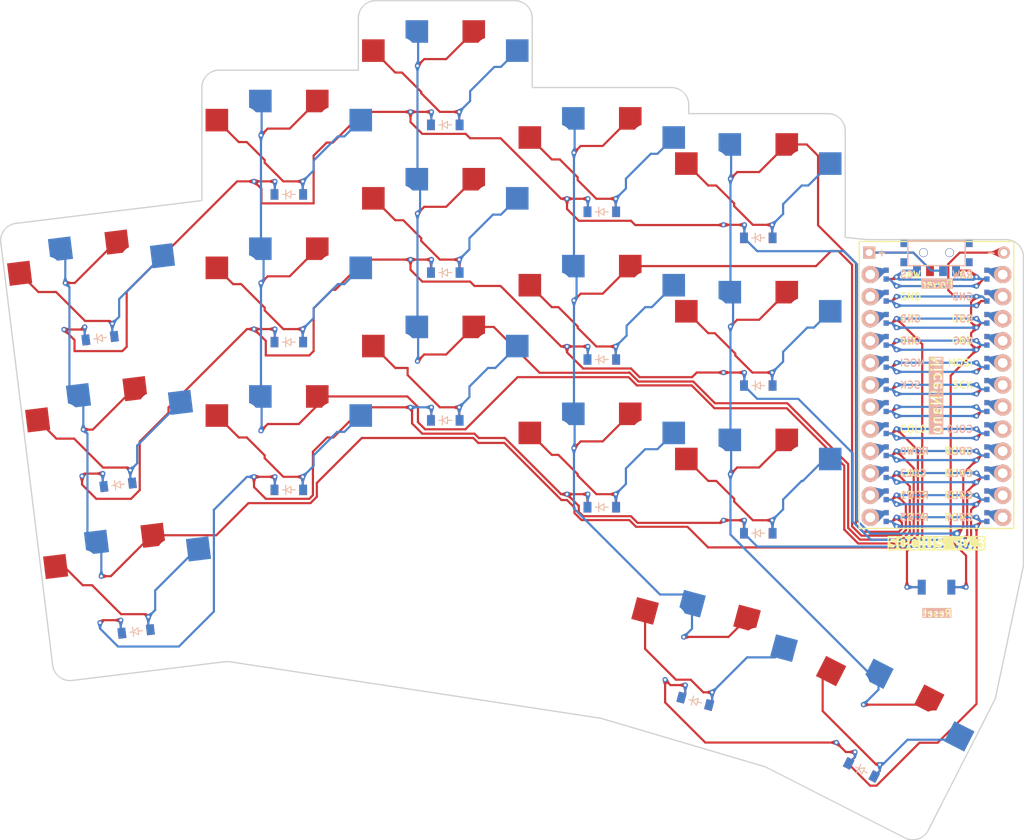
<source format=kicad_pcb>
(kicad_pcb (version 20221018) (generator pcbnew)
  (title_block (title "socius-choc-v1") (rev "v1.0.0") (company "Unknown"))
  (layers (0 "F.Cu" signal) (31 "B.Cu" signal) (34 "B.Paste" user) (35 "F.Paste" user) (36 "B.SilkS" user "B.Silkscreen") (37 "F.SilkS" user "F.Silkscreen") (38 "B.Mask" user) (39 "F.Mask" user) (44 "Edge.Cuts" user))
  (net 0 "")
  (net 1 "COL0")
  (net 2 "pinky_bottom")
  (net 3 "pinky_home")
  (net 4 "pinky_top")
  (net 5 "COL1")
  (net 6 "ring_bottom")
  (net 7 "ring_home")
  (net 8 "ring_top")
  (net 9 "COL2")
  (net 10 "middle_bottom")
  (net 11 "middle_home")
  (net 12 "middle_top")
  (net 13 "COL3")
  (net 14 "index_bottom")
  (net 15 "index_home")
  (net 16 "index_top")
  (net 17 "COL4")
  (net 18 "inner_bottom")
  (net 19 "inner_home")
  (net 20 "inner_top")
  (net 21 "inner_sole")
  (net 22 "outer_sole")
  (net 23 "ROW2")
  (net 24 "ROW1")
  (net 25 "ROW0")
  (net 26 "ROW3")
  (net 27 "RAW")
  (net 28 "GND")
  (net 29 "RST")
  (net 30 "VCC")
  (net 31 "P21")
  (net 32 "P20")
  (net 33 "P19")
  (net 34 "CS")
  (net 35 "P0")
  (net 36 "MOSI")
  (net 37 "SCK")
  (net 38 "P4")
  (net 39 "P5")
  (net 40 "POSITIVE")
  (footprint "E73:SPDT_C128955" (layer "F.Cu") (at 252.644752 121.166967)
    (fp_text reference "T1" hide)
    (fp_text value "" hide)
  )
  (footprint "PG1350" (layer "F.Cu") (at 178.144752 109.666967)
    (fp_text reference "S6" hide)
    (fp_text value "" hide)
  )
  (footprint "VIA-0.6mm" (layer "F.Cu") (at 248.044752 131.296967)
    (fp_text reference "REF**" hide)
    (fp_text value "VIA-0.6mm" hide)
  )
  (footprint "VIA-0.6mm" (layer "F.Cu") (at 257.244752 151.616967)
    (fp_text reference "REF**" hide)
    (fp_text value "VIA-0.6mm" hide)
  )
  (footprint "VIA-0.6mm" (layer "F.Cu") (at 197.744752 138.966967)
    (fp_text reference "REF**" hide)
    (fp_text value "VIA-0.6mm" hide)
  )
  (footprint "ComboDiode" (layer "F.Cu") (at 214.144752 116.466967)
    (fp_text reference "D12" hide)
    (fp_text value "" hide)
  )
  (footprint "VIA-0.6mm" (layer "F.Cu") (at 248.044752 137.426967)
    (fp_text reference "REF**" hide)
    (fp_text value "VIA-0.6mm" hide)
  )
  (footprint "VIA-0.6mm" (layer "F.Cu") (at 233.744752 134.966967)
    (fp_text reference "REF**" hide)
    (fp_text value "VIA-0.6mm" hide)
  )
  (footprint "VIA-0.6mm" (layer "F.Cu") (at 179.744752 112.966967)
    (fp_text reference "REF**" hide)
    (fp_text value "VIA-0.6mm" hide)
  )
  (footprint "VIA-0.6mm" (layer "F.Cu") (at 230.544752 151.966967)
    (fp_text reference "REF**" hide)
    (fp_text value "VIA-0.6mm" hide)
  )
  (footprint "VIA-0.6mm" (layer "F.Cu") (at 241.125268 177.548044 -27)
    (fp_text reference "REF**" hide)
    (fp_text value "VIA-0.6mm" hide)
  )
  (footprint "VIA-0.6mm" (layer "F.Cu") (at 176.544752 146.966967)
    (fp_text reference "REF**" hide)
    (fp_text value "VIA-0.6mm" hide)
  )
  (footprint "VIA-0.6mm" (layer "F.Cu") (at 248.044752 127.266967)
    (fp_text reference "REF**" hide)
    (fp_text value "VIA-0.6mm" hide)
  )
  (footprint "VIA-0.6mm" (layer "F.Cu") (at 233.744752 151.966967)
    (fp_text reference "REF**" hide)
    (fp_text value "VIA-0.6mm" hide)
  )
  (footprint "VIA-0.6mm" (layer "F.Cu") (at 212.544752 114.966967)
    (fp_text reference "REF**" hide)
    (fp_text value "VIA-0.6mm" hide)
  )
  (footprint "VIA-0.6mm" (layer "F.Cu") (at 257.244752 137.426967)
    (fp_text reference "REF**" hide)
    (fp_text value "VIA-0.6mm" hide)
  )
  (footprint "VIA-0.6mm" (layer "F.Cu") (at 257.244752 132.346967)
    (fp_text reference "REF**" hide)
    (fp_text value "VIA-0.6mm" hide)
  )
  (footprint "VIA-0.6mm" (layer "F.Cu") (at 248.044752 133.836967)
    (fp_text reference "REF**" hide)
    (fp_text value "VIA-0.6mm" hide)
  )
  (footprint "VIA-0.6mm" (layer "F.Cu") (at 257.244752 138.916967)
    (fp_text reference "REF**" hide)
    (fp_text value "VIA-0.6mm" hide)
  )
  (footprint "ComboDiode" (layer "F.Cu") (at 214.144752 133.466967)
    (fp_text reference "D11" hide)
    (fp_text value "" hide)
  )
  (footprint "VIA-0.6mm" (layer "F.Cu") (at 248.044752 143.996967)
    (fp_text reference "REF**" hide)
    (fp_text value "VIA-0.6mm" hide)
  )
  (footprint "VIA-0.6mm" (layer "F.Cu") (at 156.742316 146.597109 7)
    (fp_text reference "REF**" hide)
    (fp_text value "VIA-0.6mm" hide)
  )
  (footprint "VIA-0.6mm" (layer "F.Cu") (at 230.544752 134.966967)
    (fp_text reference "REF**" hide)
    (fp_text value "VIA-0.6mm" hide)
  )
  (footprint "VIA-0.6mm" (layer "F.Cu") (at 157.846685 129.333842 7)
    (fp_text reference "REF**" hide)
    (fp_text value "VIA-0.6mm" hide)
  )
  (footprint "VIA-0.6mm" (layer "F.Cu") (at 248.044752 136.376967)
    (fp_text reference "REF**" hide)
    (fp_text value "VIA-0.6mm" hide)
  )
  (footprint "VIA-0.6mm" (layer "F.Cu") (at 154.670537 129.723824 7)
    (fp_text reference "REF**" hide)
    (fp_text value "VIA-0.6mm" hide)
  )
  (footprint "VIA-0.6mm" (layer "F.Cu") (at 197.744752 104.966967)
    (fp_text reference "REF**" hide)
    (fp_text value "VIA-0.6mm" hide)
  )
  (footprint "PG1350" (layer "F.Cu") (at 196.144752 101.666967)
    (fp_text reference "S9" hide)
    (fp_text value "" hide)
  )
  (footprint "PG1350" (layer "F.Cu") (at 214.144752 128.666967)
    (fp_text reference "S11" hide)
    (fp_text value "" hide)
  )
  (footprint "VIA-0.6mm" (layer "F.Cu") (at 257.244752 143.996967)
    (fp_text reference "REF**" hide)
    (fp_text value "VIA-0.6mm" hide)
  )
  (footprint "VIA-0.6mm" (layer "F.Cu") (at 212.544752 148.966967)
    (fp_text reference "REF**" hide)
    (fp_text value "VIA-0.6mm" hide)
  )
  (footprint "VIA-0.6mm" (layer "F.Cu") (at 179.744752 146.966967)
    (fp_text reference "REF**" hide)
    (fp_text value "VIA-0.6mm" hide)
  )
  (footprint "VIA-0.6mm" (layer "F.Cu") (at 257.244752 129.806967)
    (fp_text reference "REF**" hide)
    (fp_text value "VIA-0.6mm" hide)
  )
  (footprint "VIA-0.6mm" (layer "F.Cu") (at 174.944752 107.666967)
    (fp_text reference "REF**" hide)
    (fp_text value "VIA-0.6mm" hide)
  )
  (footprint "ComboDiode" (layer "F.Cu") (at 178.144752 148.466967)
    (fp_text reference "D4" hide)
    (fp_text value "" hide)
  )
  (footprint "VIA-0.6mm" (layer "F.Cu") (at 197.744752 121.966967)
    (fp_text reference "REF**" hide)
    (fp_text value "VIA-0.6mm" hide)
  )
  (footprint "ProMicro" (layer "F.Cu") (at 252.644752 137.666967 -90)
    (fp_text reference "MCU1" hide)
    (fp_text value "" hide)
  )
  (footprint "VIA-0.6mm" (layer "F.Cu") (at 210.944752 109.666967)
    (fp_text reference "REF**" hide)
    (fp_text value "VIA-0.6mm" hide)
  )
  (footprint "VIA-0.6mm" (layer "F.Cu") (at 210.944752 126.666967)
    (fp_text reference "REF**" hide)
    (fp_text value "VIA-0.6mm" hide)
  )
  (footprint "VIA-0.6mm" (layer "F.Cu") (at 174.944752 124.666967)
    (fp_text reference "REF**" hide)
    (fp_text value "VIA-0.6mm" hide)
  )
  (footprint "VIA-0.6mm" (layer "F.Cu") (at 210.944752 143.666967)
    (fp_text reference "REF**" hide)
    (fp_text value "VIA-0.6mm" hide)
  )
  (footprint "VIA-0.6mm" (layer "F.Cu") (at 194.544752 138.966967)
    (fp_text reference "REF**" hide)
    (fp_text value "VIA-0.6mm" hide)
  )
  (footprint "PG1350" (layer "F.Cu") (at 232.144752 114.666967)
    (fp_text reference "S15" hide)
    (fp_text value "" hide)
  )
  (footprint "VIA-0.6mm" (layer "F.Cu") (at 174.944752 141.666967)
    (fp_text reference "REF**" hide)
    (fp_text value "VIA-0.6mm" hide)
  )
  (footprint "VIA-0.6mm" (layer "F.Cu") (at 159.918464 146.207127 7)
    (fp_text reference "REF**" hide)
    (fp_text value "VIA-0.6mm" hide)
  )
  (footprint "VIA-0.6mm" (layer "F.Cu") (at 248.044752 152.666967)
    (fp_text reference "REF**" hide)
    (fp_text value "VIA-0.6mm" hide)
  )
  (footprint "ComboDiode" (layer "F.Cu") (at 196.144752 123.466967)
    (fp_text reference "D8" hide)
    (fp_text value "" hide)
  )
  (footprint "VIA-0.6mm" (layer "F.Cu") (at 257.244752 149.076967)
    (fp_text reference "REF**" hide)
    (fp_text value "VIA-0.6mm" hide)
  )
  (footprint "VIA-0.6mm" (layer "F.Cu") (at 248.044752 128.756967)
    (fp_text reference "REF**" hide)
    (fp_text value "VIA-0.6mm" hide)
  )
  (footprint "VIA-0.6mm" (layer "F.Cu") (at 257.244752 142.506967)
    (fp_text reference "REF**" hide)
    (fp_text value "VIA-0.6mm" hide)
  )
  (footprint "VIA-0.6mm" (layer "F.Cu") (at 248.044752 141.456967)
    (fp_text reference "REF**" hide)
    (fp_text value "VIA-0.6mm" hide)
  )
  (footprint "VIA-0.6mm" (layer "F.Cu") (at 228.944752 112.666967)
    (fp_text reference "REF**" hide)
    (fp_text value "VIA-0.6mm" hide)
  )
  (footprint "VIA-0.6mm" (layer "F.Cu") (at 192.944752 133.666967)
    (fp_text reference "REF**" hide)
    (fp_text value "VIA-0.6mm" hide)
  )
  (footprint "VIA-0.6mm" (layer "F.Cu") (at 249.244752 159.666967)
    (fp_text reference "REF**" hide)
    (fp_text value "VIA-0.6mm" hide)
  )
  (footprint "PG1350" (layer "F.Cu") (at 246.187462 176.423685 -27)
    (fp_text reference "S17" hide)
    (fp_text value "" hide)
  )
  (footprint "VIA-0.6mm" (layer "F.Cu") (at 192.944752 116.666967)
    (fp_text reference "REF**" hide)
    (fp_text value "VIA-0.6mm" hide)
  )
  (footprint "VIA-0.6mm" (layer "F.Cu") (at 248.044752 145.046967)
    (fp_text reference "REF**" hide)
    (fp_text value "VIA-0.6mm" hide)
  )
  (footprint "VIA-0.6mm" (layer "F.Cu") (at 154.508335 141.531605 7)
    (fp_text reference "REF**" hide)
    (fp_text value "VIA-0.6mm" hide)
  )
  (footprint "lib:niceview_headers" (layer "F.Cu") (at 252.644752 121.166967 -90)
    (fp_text reference "")
    (fp_text value "")
  )
  (footprint "VIA-0.6mm" (layer "F.Cu") (at 228.944752 146.666967)
    (fp_text reference "REF**" hide)
    (fp_text value "VIA-0.6mm" hide)
  )
  (footprint "VIA-0.6mm" (layer "F.Cu") (at 215.744752 148.966967)
    (fp_text reference "REF**" hide)
    (fp_text value "VIA-0.6mm" hide)
  )
  (footprint "PG1350" (layer "F.Cu") (at 178.144752 143.666967)
    (fp_text reference "S4" hide)
    (fp_text value "" hide)
  )
  (footprint "VIA-0.6mm" (layer "F.Cu") (at 221.426946 170.319246 -15)
    (fp_text reference "REF**" hide)
    (fp_text value "VIA-0.6mm" hide)
  )
  (footprint "VIA-0.6mm" (layer "F.Cu") (at 248.044752 134.886967)
    (fp_text reference "REF**" hide)
    (fp_text value "VIA-0.6mm" hide)
  )
  (footprint "ComboDiode" (layer "F.Cu") (at 196.144752 140.466967)
    (fp_text reference "D7" hide)
    (fp_text value "" hide)
  )
  (footprint "VIA-0.6mm" (layer "F.Cu") (at 194.544752 104.966967)
    (fp_text reference "REF**" hide)
    (fp_text value "VIA-0.6mm" hide)
  )
  (footprint "ComboDiode" (layer "F.Cu") (at 156.441415 131.017652 7)
    (fp_text reference "D3" hide)
    (fp_text value "" hide)
  )
  (footprint "ComboDiode" (layer "F.Cu") (at 160.584973 164.764222 7)
    (fp_text reference "D1" hide)
    (fp_text value "" hide)
  )
  (footprint "PG1350" (layer "F.Cu") (at 178.144752 126.666967)
    (fp_text reference "S5" hide)
    (fp_text value "" hide)
  )
  (footprint "VIA-0.6mm" (layer "F.Cu") (at 257.244752 127.266967)
    (fp_text reference "REF**" hide)
    (fp_text value "VIA-0.6mm" hide)
  )
  (footprint "VIA-0.6mm" (layer "F.Cu") (at 194.544752 121.966967)
    (fp_text reference "REF**" hide)
    (fp_text value "VIA-0.6mm" hide)
  )
  (footprint "PG1350" (layer "F.Cu") (at 160 160 7)
    (fp_text reference "S1" hide)
    (fp_text value "" hide)
  )
  (footprint "VIA-0.6mm" (layer "F.Cu") (at 248.044752 138.916967)
    (fp_text reference "REF**" hide)
    (fp_text value "VIA-0.6mm" hide)
  )
  (footprint "VIA-0.6mm" (layer "F.Cu") (at 243.263683 178.637622 -27)
    (fp_text reference "REF**" hide)
    (fp_text value "VIA-0.6mm" hide)
  )
  (footprint "VIA-0.6mm" (layer "F.Cu") (at 152.288427 130.016311 7)
    (fp_text reference "REF**" hide)
    (fp_text value "VIA-0.6mm" hide)
  )
  (footprint "VIA-0.6mm" (layer "F.Cu") (at 161.990243 163.080411 7)
    (fp_text reference "REF**" hide)
    (fp_text value "VIA-0.6mm" hide)
  )
  (footprint "VIA-0.6mm" (layer "F.Cu") (at 156.580114 158.40489 7)
    (fp_text reference "REF**" hide)
    (fp_text value "VIA-0.6mm" hide)
  )
  (footprint "VIA-0.6mm" (layer "F.Cu") (at 248.044752 139.966967)
    (fp_text reference "REF**" hide)
    (fp_text value "VIA-0.6mm" hide)
  )
  (footprint "VIA-0.6mm" (layer "F.Cu") (at 248.044752 132.346967)
    (fp_text reference "REF**" hide)
    (fp_text value "VIA-0.6mm" hide)
  )
  (footprint "PG1350" (layer "F.Cu") (at 214.144752 145.666967)
    (fp_text reference "S10" hide)
    (fp_text value "" hide)
  )
  (footprint "VIA-0.6mm" (layer "F.Cu") (at 226.836131 171.768633 -15)
    (fp_text reference "REF**" hide)
    (fp_text value "VIA-0.6mm" hide)
  )
  (footprint "VIA-0.6mm" (layer "F.Cu") (at 179.744752 129.966967)
    (fp_text reference "REF**" hide)
    (fp_text value "VIA-0.6mm" hide)
  )
  (footprint "VIA-0.6mm" (layer "F.Cu") (at 192.944752 99.666967)
    (fp_text reference "REF**" hide)
    (fp_text value "VIA-0.6mm" hide)
  )
  (footprint "VIA-0.6mm" (layer "F.Cu") (at 154.360205 146.889595 7)
    (fp_text reference "REF**" hide)
    (fp_text value "VIA-0.6mm" hide)
  )
  (footprint "VIA-0.6mm" (layer "F.Cu") (at 257.244752 126.216967)
    (fp_text reference "REF**" hide)
    (fp_text value "VIA-0.6mm" hide)
  )
  (footprint "VIA-0.6mm" (layer "F.Cu") (at 248.044752 147.586967)
    (fp_text reference "REF**" hide)
    (fp_text value "VIA-0.6mm" hide)
  )
  (footprint "PG1350" (layer "F.Cu") (at 226.144752 168.166967 -15)
    (fp_text reference "S16" hide)
    (fp_text value "" hide)
  )
  (footprint "VIA-0.6mm" (layer "F.Cu") (at 223.571428 165.406894 -15)
    (fp_text reference "REF**" hide)
    (fp_text value "VIA-0.6mm" hide)
  )
  (footprint "VIA-0.6mm" (layer "F.Cu") (at 174.144752 112.966967)
    (fp_text reference "REF**" hide)
    (fp_text value "VIA-0.6mm" hide)
  )
  (footprint "VIA-0.6mm" (layer "F.Cu") (at 257.244752 141.456967)
    (fp_text reference "REF**" hide)
    (fp_text value "VIA-0.6mm" hide)
  )
  (footprint "VIA-0.6mm" (layer "F.Cu") (at 176.544752 129.966967)
    (fp_text reference "REF**" hide)
    (fp_text value "VIA-0.6mm" hide)
  )
  (footprint "VIA-0.6mm" (layer "F.Cu") (at 158.814095 163.470393 7)
    (fp_text reference "REF**" hide)
    (fp_text value "VIA-0.6mm" hide)
  )
  (footprint "VIA-0.6mm" (layer "F.Cu") (at 248.044752 142.506967)
    (fp_text reference "REF**" hide)
    (fp_text value "VIA-0.6mm" hide)
  )
  (footprint "ComboDiode" (layer "F.Cu") (at 232.144752 153.466967)
    (fp_text reference "D13" hide)
    (fp_text value "" hide)
  )
  (footprint "PG1350" (layer "F.Cu") (at 214.144752 111.666967)
    (fp_text reference "S12" hide)
    (fp_text value "" hide)
  )
  (footprint "VIA-0.6mm" (layer "F.Cu") (at 174.144752 146.966967)
    (fp_text reference "REF**" hide)
    (fp_text value "VIA-0.6mm" hide)
  )
  (footprint "VIA-0.6mm" (layer "F.Cu") (at 192.144752 138.966967)
    (fp_text reference "REF**" hide)
    (fp_text value "VIA-0.6mm" hide)
  )
  (footprint "ComboDiode" (layer "F.Cu") (at 178.144752 114.466967)
    (fp_text reference "D6" hide)
    (fp_text value "" hide)
  )
  (footprint "VIA-0.6mm" (layer "F.Cu") (at 228.144752 134.966967)
    (fp_text reference "REF**" hide)
    (fp_text value "VIA-0.6mm" hide)
  )
  (footprint "ComboDiode" (layer "F.Cu") (at 232.144752 136.466967)
    (fp_text reference "D14" hide)
    (fp_text value "" hide)
  )
  (footprint "VIA-0.6mm" (layer "F.Cu") (at 210.144752 114.966967)
    (fp_text reference "REF**" hide)
    (fp_text value "VIA-0.6mm" hide)
  )
  (footprint "PG1350" (layer "F.Cu") (at 155.856442 126.253431 7)
    (fp_text reference "S3" hide)
    (fp_text value "" hide)
  )
  (footprint "VIA-0.6mm" (layer "F.Cu") (at 192.144752 104.966967)
    (fp_text reference "REF**" hide)
    (fp_text value "VIA-0.6mm" hide)
  )
  (footprint "VIA-0.6mm" (layer "F.Cu") (at 257.244752 133.836967)
    (fp_text reference "REF**" hide)
    (fp_text value "VIA-0.6mm" hide)
  )
  (footprint "VIA-0.6mm" (layer "F.Cu") (at 176.544752 112.966967)
    (fp_text reference "REF**" hide)
    (fp_text value "VIA-0.6mm" hide)
  )
  (footprint "ComboDiode" (layer "F.Cu") (at 158.513194 147.890937 7)
    (fp_text reference "D2" hide)
    (fp_text value "" hide)
  )
  (footprint "VIA-0.6mm" (layer "F.Cu") (at 233.744752 117.966967)
    (fp_text reference "REF**" hide)
    (fp_text value "VIA-0.6mm" hide)
  )
  (footprint "ComboDiode" (layer "F.Cu") (at 196.144752 106.466967)
    (fp_text reference "D9" hide)
    (fp_text value "" hide)
  )
  (footprint "VIA-0.6mm" (layer "F.Cu") (at 248.044752 125.016967)
    (fp_text reference "REF**" hide)
    (fp_text value "VIA-0.6mm" hide)
  )
  (footprint "VIA-0.6mm" (layer "F.Cu") (at 244.244222 173.188902 -27)
    (fp_text reference "REF**" hide)
    (fp_text value "VIA-0.6mm" hide)
  )
  (footprint "VIA-0.6mm" (layer "F.Cu") (at 228.144752 117.966967)
    (fp_text reference "REF**" hide)
    (fp_text value "VIA-0.6mm" hide)
  )
  (footprint "VIA-0.6mm" (layer "F.Cu") (at 257.244752 152.666967)
    (fp_text reference "REF**" hide)
    (fp_text value "VIA-0.6mm" hide)
  )
  (footprint "VIA-0.6mm" (layer "F.Cu") (at 223.745168 170.940412 -15)
    (fp_text reference "REF**" hide)
    (fp_text value "VIA-0.6mm" hide)
  )
  (footprint "ComboDiode" (layer "F.Cu") (at 244.008308 180.700516 -27)
    (fp_text reference "D17" hide)
    (fp_text value "" hide)
  )
  (footprint "VIA-0.6mm" (layer "F.Cu") (at 212.544752 131.966967)
    (fp_text reference "REF**" hide)
    (fp_text value "VIA-0.6mm" hide)
  )
  (footprint "VIA-0.6mm" (layer "F.Cu") (at 248.044752 126.216967)
    (fp_text reference "REF**" hide)
    (fp_text value "VIA-0.6mm" hide)
  )
  (footprint "VIA-0.6mm" (layer "F.Cu") (at 248.044752 123.966967)
    (fp_text reference "REF**" hide)
    (fp_text value "VIA-0.6mm" hide)
  )
  (footprint "VIA-0.6mm" (layer "F.Cu") (at 228.944752 129.666967)
    (fp_text reference "REF**" hide)
    (fp_text value "VIA-0.6mm" hide)
  )
  (footprint "VIA-0.6mm" (layer "F.Cu") (at 248.044752 129.806967)
    (fp_text reference "REF**" hide)
    (fp_text value "VIA-0.6mm" hide)
  )
  (footprint "VIA-0.6mm" (layer "F.Cu") (at 257.244752 128.756967)
    (fp_text reference "REF**" hide)
    (fp_text value "VIA-0.6mm" hide)
  )
  (footprint "VIA-0.6mm" (layer "F.Cu") (at 248.044752 149.076967)
    (fp_text reference "REF**" hide)
    (fp_text value "VIA-0.6mm" hide)
  )
  (footprint "VIA-0.6mm" (layer "F.Cu") (at 215.744752 114.966967)
    (fp_text reference "REF**" hide)
    (fp_text value "VIA-0.6mm" hide)
  )
  (footprint "PG1350" (layer "F.Cu") (at 196.144752 135.666967)
    (fp_text reference "S7" hide)
    (fp_text value "" hide)
  )
  (footprint "VIA-0.6mm" (layer "F.Cu") (at 257.244752 136.376967)
    (fp_text reference "REF**" hide)
    (fp_text value "VIA-0.6mm" hide)
  )
  (footprint "PG1350" (layer "F.Cu") (at 232.144752 148.666967)
    (fp_text reference "S13" hide)
    (fp_text value "" hide)
  )
  (footprint "VIA-0.6mm" (layer "F.Cu") (at 156.431984 163.76288 7)
    (fp_text reference "REF**" hide)
    (fp_text value "VIA-0.6mm" hide)
  )
  (footprint "VIA-0.6mm" (layer "F.Cu") (at 257.244752 131.296967)
    (fp_text reference "REF**" hide)
    (fp_text value "VIA-0.6mm" hide)
  )
  (footprint "VIA-0.6mm" (layer "F.Cu") (at 257.244752 125.016967)
    (fp_text reference "REF**" hide)
    (fp_text value "VIA-0.6mm" hide)
  )
  (footprint "VIA-0.6mm" (layer "F.Cu") (at 152.436556 124.65832 7)
    (fp_text reference "REF**" hide)
    (fp_text value "VIA-0.6mm" hide)
  )
  (footprint "ComboDiode" (layer "F.Cu") (at 178.144752 131.466967)
    (fp_text reference "D5" hide)
    (fp_text value "" hide)
  )
  (footprint "VIA-0.6mm" (layer "F.Cu") (at 248.044752 151.616967)
    (fp_text reference "REF**" hide)
    (fp_text value "VIA-0.6mm" hide)
  )
  (footprint "VIA-0.6mm" (layer "F.Cu") (at 257.244752 146.536967)
    (fp_text reference "REF**" hide)
    (fp_text value "VIA-0.6mm" hide)
  )
  (footprint "ComboDiode" (layer "F.Cu") (at 224.902421 172.803411 -15)
    (fp_text reference "D16" hide)
    (fp_text value "" hide)
  )
  (footprint "ComboDiode" (layer "F.Cu") (at 232.144752 119.466967)
    (fp_text reference "D15" hide)
    (fp_text value "" hide)
  )
  (footprint "VIA-0.6mm" (layer "F.Cu") (at 257.244752 147.586967)
    (fp_text reference "REF**" hide)
    (fp_text value "VIA-0.6mm" hide)
  )
  (footprint "VIA-0.6mm" (layer "F.Cu") (at 257.244752 123.966967)
    (fp_text reference "REF**" hide)
    (fp_text value "VIA-0.6mm" hide)
  )
  (footprint "PG1350" (layer "F.Cu") (at 157.928221 143.126715 7)
    (fp_text reference "S2" hide)
    (fp_text value "" hide)
  )
  (footprint "VIA-0.6mm" (layer "F.Cu") (at 257.244752 139.966967)
    (fp_text reference "REF**" hide)
    (fp_text value "VIA-0.6mm" hide)
  )
  (footprint "VIA-0.6mm" (layer "F.Cu") (at 257.244752 134.886967)
    (fp_text reference "REF**" hide)
    (fp_text value "VIA-0.6mm" hide)
  )
  (footprint "ComboDiode" (layer "F.Cu") (at 214.144752 150.466967)
    (fp_text reference "D10" hide)
    (fp_text value "" hide)
  )
  (footprint "PG1350" (layer "F.Cu") (at 232.144752 131.666967)
    (fp_text reference "S14" hide)
    (fp_text value "" hide)
  )
  (footprint "VIA-0.6mm" (layer "F.Cu") (at 210.144752 148.966967)
    (fp_text reference "REF**" hide)
    (fp_text value "VIA-0.6mm" hide)
  )
  (footprint "VIA-0.6mm" (layer "F.Cu") (at 215.744752 131.966967)
    (fp_text reference "REF**" hide)
    (fp_text value "VIA-0.6mm" hide)
  )
  (footprint "VIA-0.6mm" (layer "F.Cu") (at 230.544752 117.966967)
    (fp_text reference "REF**" hide)
    (fp_text value "VIA-0.6mm" hide)
  )
  (footprint "PG1350" (layer "F.Cu") (at 196.144752 118.666967)
    (fp_text reference "S8" hide)
    (fp_text value "" hide)
  )
  (footprint "VIA-0.6mm" (layer "F.Cu") (at 257.244752 150.126967)
    (fp_text reference "REF**" hide)
    (fp_text value "VIA-0.6mm" hide)
  )
  (footprint "VIA-0.6mm" (layer "F.Cu") (at 228.144752 151.966967)
    (fp_text reference "REF**" hide)
    (fp_text value "VIA-0.6mm" hide)
  )
  (footprint "VIA-0.6mm" (layer "F.Cu") (at 210.144752 131.966967)
    (fp_text reference "REF**" hide)
    (fp_text value "VIA-0.6mm" hide)
  )
  (footprint "VIA-0.6mm" (layer "F.Cu") (at 248.044752 146.536967)
    (fp_text reference "REF**" hide)
    (fp_text value "VIA-0.6mm" hide)
  )
  (footprint "Button_Switch_SMD:SW_SPST_B3U-1000P" (layer "F.Cu") (at 252.644752 159.666967 180)
    (fp_text reference "")
    (fp_text value "")
  )
  (footprint "VIA-0.6mm" (layer "F.Cu") (at 256.044752 159.666967)
    (fp_text reference "REF**" hide)
    (fp_text value "VIA-0.6mm" hide)
  )
  (footprint "VIA-0.6mm" (layer "F.Cu") (at 257.244752 145.046967)
    (fp_text reference "REF**" hide)
    (fp_text value "VIA-0.6mm" hide)
  )
  (footprint "VIA-0.6mm" (layer "F.Cu") (at 248.044752 150.126967)
    (fp_text reference "REF**" hide)
    (fp_text value "VIA-0.6mm" hide)
  )
  (footprint "VIA-0.6mm" (layer "F.Cu") (at 192.144752 121.966967)
    (fp_text reference "REF**" hide)
    (fp_text value "VIA-0.6mm" hide)
  )
  (footprint "VIA-0.6mm" (layer "F.Cu") (at 174.144752 129.966967)
    (fp_text reference "REF**" hide)
    (fp_text value "VIA-0.6mm" hide)
  )
  (footprint "VIA-0.6mm" (layer "F.Cu") (at 246.114904 180.090391 -27)
    (fp_text reference "REF**" hide)
    (fp_text value "VIA-0.6mm" hide)
  )
  (gr_line (start 153.21739 170.404143) (end 170.810146 168.244024) (stroke (width 0.15)) (layer "Edge.Cuts"))
  (gr_arc (start 170.810146 168.244024) (mid 171.082947 168.229327) (end 171.355205 168.251945) (stroke (width 0.15)) (layer "Edge.Cuts"))
  (gr_arc (start 259.465108 172.239863) (mid 259.393972 172.493211) (end 259.290189 172.735027) (stroke (width 0.15)) (layer "Edge.Cuts"))
  (gr_line (start 145.016961 120.028028) (end 150.988559 168.66279) (stroke (width 0.15)) (layer "Edge.Cuts"))
  (gr_line (start 213.892108 174.734558) (end 171.355205 168.251945) (stroke (width 0.15)) (layer "Edge.Cuts"))
  (gr_line (start 251.692599 187.646139) (end 259.290189 172.735027) (stroke (width 0.15)) (layer "Edge.Cuts"))
  (gr_line (start 242.144752 119.415375) (end 242.144752 107.166967) (stroke (width 0.15)) (layer "Edge.Cuts"))
  (gr_line (start 186.144752 94.166967) (end 186.144752 100.166967) (stroke (width 0.15)) (layer "Edge.Cuts"))
  (gr_line (start 233.128945 180.432137) (end 249.002605 188.520171) (stroke (width 0.15)) (layer "Edge.Cuts"))
  (gr_line (start 240.144752 105.166967) (end 224.144752 105.166967) (stroke (width 0.15)) (layer "Edge.Cuts"))
  (gr_arc (start 251.692599 187.646139) (mid 250.52862 188.640271) (end 249.002605 188.520171) (stroke (width 0.15)) (layer "Edge.Cuts"))
  (gr_arc (start 204.144752 92.166967) (mid 205.558966 92.752753) (end 206.144752 94.166967) (stroke (width 0.15)) (layer "Edge.Cuts"))
  (gr_arc (start 153.21739 170.404143) (mid 151.742328 169.995073) (end 150.988559 168.66279) (stroke (width 0.15)) (layer "Edge.Cuts"))
  (gr_line (start 206.144752 102.166967) (end 206.144752 94.166967) (stroke (width 0.15)) (layer "Edge.Cuts"))
  (gr_line (start 262.644752 121.666967) (end 262.644752 156.958312) (stroke (width 0.15)) (layer "Edge.Cuts"))
  (gr_arc (start 222.144752 102.166967) (mid 223.558966 102.752753) (end 224.144752 104.166967) (stroke (width 0.15)) (layer "Edge.Cuts"))
  (gr_arc (start 186.144752 94.166967) (mid 186.730538 92.752753) (end 188.144752 92.166967) (stroke (width 0.15)) (layer "Edge.Cuts"))
  (gr_line (start 146.758314 117.799197) (end 168.144752 115.173273) (stroke (width 0.15)) (layer "Edge.Cuts"))
  (gr_line (start 262.601684 157.371129) (end 259.465108 172.239863) (stroke (width 0.15)) (layer "Edge.Cuts"))
  (gr_arc (start 244.745135 119.666968) (mid 244.644878 119.664454) (end 244.544873 119.656916) (stroke (width 0.15)) (layer "Edge.Cuts"))
  (gr_arc (start 213.892109 174.734558) (mid 214.025707 174.75959) (end 214.157296 174.793639) (stroke (width 0.15)) (layer "Edge.Cuts"))
  (gr_line (start 204.144752 92.166967) (end 188.144752 92.166967) (stroke (width 0.15)) (layer "Edge.Cuts"))
  (gr_line (start 186.144752 100.166967) (end 170.144752 100.166967) (stroke (width 0.15)) (layer "Edge.Cuts"))
  (gr_arc (start 168.144752 102.166967) (mid 168.730538 100.752753) (end 170.144752 100.166967) (stroke (width 0.15)) (layer "Edge.Cuts"))
  (gr_line (start 232.787471 180.29606) (end 214.157296 174.793639) (stroke (width 0.15)) (layer "Edge.Cuts"))
  (gr_arc (start 260.644752 119.666967) (mid 262.058966 120.252753) (end 262.644752 121.666967) (stroke (width 0.15)) (layer "Edge.Cuts"))
  (gr_arc (start 240.144752 105.166967) (mid 241.558966 105.752753) (end 242.144752 107.166967) (stroke (width 0.15)) (layer "Edge.Cuts"))
  (gr_arc (start 145.016961 120.028028) (mid 145.426031 118.552966) (end 146.758314 117.799197) (stroke (width 0.15)) (layer "Edge.Cuts"))
  (gr_line (start 224.144752 105.166967) (end 224.144752 104.166967) (stroke (width 0.15)) (layer "Edge.Cuts"))
  (gr_arc (start 232.787472 180.29606) (mid 232.961341 180.356237) (end 233.128945 180.432137) (stroke (width 0.15)) (layer "Edge.Cuts"))
  (gr_line (start 242.144752 119.415375) (end 244.544873 119.656915) (stroke (width 0.15)) (layer "Edge.Cuts"))
  (gr_line (start 222.144752 102.166967) (end 206.144752 102.166967) (stroke (width 0.15)) (layer "Edge.Cuts"))
  (gr_arc (start 262.644752 156.958312) (mid 262.633956 157.165841) (end 262.601684 157.371129) (stroke (width 0.15)) (layer "Edge.Cuts"))
  (gr_line (start 244.745136 119.666967) (end 260.644752 119.666967) (stroke (width 0.15)) (layer "Edge.Cuts"))
  (gr_line (start 168.144752 102.166967) (end 168.144752 115.173273) (stroke (width 0.15)) (layer "Edge.Cuts"))
  (segment (start 160.453687 136.821943) (end 160.30855 136.821943) (width 0.25) (layer "F.Cu") (net 1))
  (segment (start 155.598888 141.531605) (end 154.508335 141.531605) (width 0.25) (layer "F.Cu") (net 1))
  (segment (start 173.5 150) (end 180.636396 150) (width 0.25) (layer "F.Cu") (net 1))
  (segment (start 180.636396 150) (end 181.369752 149.266644) (width 0.25) (layer "F.Cu") (net 1))
  (segment (start 246.844752 140.976967) (end 245.827384 140.976967) (width 0.25) (layer "F.Cu") (net 1))
  (segment (start 245.827384 140.976967) (end 245.676068 140.825651) (width 0.25) (layer "F.Cu") (net 1))
  (segment (start 158.381908 119.948659) (end 158.236771 119.948659) (width 0.25) (layer "F.Cu") (net 1))
  (segment (start 250.487347 152.987348) (end 250.5 152.974695) (width 0.25) (layer "F.Cu") (net 1))
  (segment (start 211 151.136396) (end 211.813604 151.95) (width 0.25) (layer "F.Cu") (net 1))
  (segment (start 181.369752 149.266644) (end 181.369752 147.675652) (width 0.25) (layer "F.Cu") (net 1))
  (segment (start 226.375001 155.091967) (end 249.04922 155.091967) (width 0.25) (layer "F.Cu") (net 1))
  (segment (start 186.545404 142.5) (end 199.363604 142.5) (width 0.25) (layer "F.Cu") (net 1))
  (segment (start 199.363604 142.5) (end 199.931802 143.068198) (width 0.25) (layer "F.Cu") (net 1))
  (segment (start 162.380329 153.695228) (end 157.670667 158.40489) (width 0.25) (layer "F.Cu") (net 1))
  (segment (start 157.670667 158.40489) (end 156.580114 158.40489) (width 0.25) (layer "F.Cu") (net 1))
  (segment (start 209.505571 149.641967) (end 210.141967 149.641967) (width 0.25) (layer "F.Cu") (net 1))
  (segment (start 158.236771 119.948659) (end 153.52711 124.65832) (width 0.25) (layer "F.Cu") (net 1))
  (segment (start 160.30855 136.821943) (end 155.598888 141.531605) (width 0.25) (layer "F.Cu") (net 1))
  (segment (start 153.52711 124.65832) (end 152.436556 124.65832) (width 0.25) (layer "F.Cu") (net 1))
  (segment (start 181.369752 147.675652) (end 186.545404 142.5) (width 0.25) (layer "F.Cu") (net 1))
  (segment (start 218.080571 152.716967) (end 224 152.716967) (width 0.25) (layer "F.Cu") (net 1))
  (segment (start 211 150.5) (end 211 151.136396) (width 0.25) (layer "F.Cu") (net 1))
  (segment (start 210.141967 149.641967) (end 211 150.5) (width 0.25) (layer "F.Cu") (net 1))
  (segment (start 250.487347 153.65384) (end 250.487347 152.987348) (width 0.25) (layer "F.Cu") (net 1))
  (segment (start 249.04922 155.091967) (end 250.487347 153.65384) (width 0.25) (layer "F.Cu") (net 1))
  (segment (start 246.844752 141.976967) (end 247.524752 141.976967) (width 0.25) (layer "F.Cu") (net 1))
  (segment (start 250.5 152.974695) (end 250.5 143.912215) (width 0.25) (layer "F.Cu") (net 1))
  (segment (start 217.313604 151.95) (end 218.080571 152.716967) (width 0.25) (layer "F.Cu") (net 1))
  (segment (start 224 152.716967) (end 226.375001 155.091967) (width 0.25) (layer "F.Cu") (net 1))
  (segment (start 202.931802 143.068198) (end 209.505571 149.641967) (width 0.25) (layer "F.Cu") (net 1))
  (segment (start 247.524752 141.976967) (end 248.044752 141.456967) (width 0.25) (layer "F.Cu") (net 1))
  (segment (start 162.525466 153.695228) (end 162.380329 153.695228) (width 0.25) (layer "F.Cu") (net 1))
  (segment (start 211.813604 151.95) (end 217.313604 151.95) (width 0.25) (layer "F.Cu") (net 1))
  (segment (start 199.931802 143.068198) (end 202.931802 143.068198) (width 0.25) (layer "F.Cu") (net 1))
  (segment (start 250.5 143.912215) (end 248.044752 141.456967) (width 0.25) (layer "F.Cu") (net 1))
  (segment (start 169.804772 153.695228) (end 173.5 150) (width 0.25) (layer "F.Cu") (net 1))
  (segment (start 162.525466 153.695228) (end 169.804772 153.695228) (width 0.25) (layer "F.Cu") (net 1))
  (segment (start 152.913427 125.135191) (end 152.913427 136.581104) (width 0.25) (layer "B.Cu") (net 1))
  (segment (start 154.985205 142.008475) (end 154.985205 153.454388) (width 0.25) (layer "B.Cu") (net 1))
  (segment (start 152.913427 136.581104) (end 153.95251 137.620187) (width 0.25) (layer "B.Cu") (net 1))
  (segment (start 154.508335 138.176012) (end 154.508335 141.531605) (width 0.25) (layer "B.Cu") (net 1))
  (segment (start 152.436556 121.302728) (end 152.436556 124.65832) (width 0.25) (layer "B.Cu") (net 1))
  (segment (start 258.444752 140.976967) (end 259.46212 140.976967) (width 0.25) (layer "B.Cu") (net 1))
  (segment (start 258.444752 141.976967) (end 257.764752 141.976967) (width 0.25) (layer "B.Cu") (net 1))
  (segment (start 151.880731 120.746903) (end 152.436556 121.302728) (width 0.25) (layer "B.Cu") (net 1))
  (segment (start 154.985205 153.454388) (end 156.024289 154.493472) (width 0.25) (layer "B.Cu") (net 1))
  (segment (start 156.024289 154.493472) (end 156.580114 155.049297) (width 0.25) (layer "B.Cu") (net 1))
  (segment (start 153.95251 137.620187) (end 154.508335 138.176012) (width 0.25) (layer "B.Cu") (net 1))
  (segment (start 257.764752 141.976967) (end 257.244752 141.456967) (width 0.25) (layer "B.Cu") (net 1))
  (segment (start 154.508335 141.531605) (end 154.985205 142.008475) (width 0.25) (layer "B.Cu") (net 1))
  (segment (start 156.580114 155.049297) (end 156.580114 158.40489) (width 0.25) (layer "B.Cu") (net 1))
  (segment (start 152.436556 124.65832) (end 152.913427 125.135191) (width 0.25) (layer "B.Cu") (net 1))
  (segment (start 259.46212 140.976967) (end 259.613436 140.825651) (width 0.25) (layer "B.Cu") (net 1))
  (segment (start 248.044752 141.456967) (end 257.244752 141.456967) (width 0.25) (layer "B.Cu") (net 1))
  (segment (start 161.684832 162.775) (end 161.990243 163.080411) (width 0.25) (layer "F.Cu") (net 2))
  (segment (start 158.850557 162.775) (end 161.684832 162.775) (width 0.25) (layer "F.Cu") (net 2))
  (segment (start 154.444381 159.444381) (end 155.519938 159.444381) (width 0.25) (layer "F.Cu") (net 2))
  (segment (start 155.519938 159.444381) (end 158.850557 162.775) (width 0.25) (layer "F.Cu") (net 2))
  (segment (start 151.329671 157.286421) (end 152.286421 157.286421) (width 0.25) (layer "F.Cu") (net 2))
  (segment (start 161.990243 163.080411) (end 161.990243 164.330707) (width 0.25) (layer "F.Cu") (net 2))
  (segment (start 161.990243 164.330707) (end 162.222674 164.563138) (width 0.25) (layer "F.Cu") (net 2))
  (segment (start 152.286421 157.286421) (end 154.444381 159.444381) (width 0.25) (layer "F.Cu") (net 2))
  (segment (start 167.556493 155.269483) (end 162.775 160.050976) (width 0.25) (layer "B.Cu") (net 2))
  (segment (start 167.756309 155.269483) (end 167.556493 155.269483) (width 0.25) (layer "B.Cu") (net 2))
  (segment (start 161.990243 163.080411) (end 161.990243 164.330707) (width 0.25) (layer "B.Cu") (net 2))
  (segment (start 161.990243 164.330707) (end 162.222674 164.563138) (width 0.25) (layer "B.Cu") (net 2))
  (segment (start 162.775 160.050976) (end 162.775 162.295654) (width 0.25) (layer "B.Cu") (net 2))
  (segment (start 162.775 162.295654) (end 161.990243 163.080411) (width 0.25) (layer "B.Cu") (net 2))
  (segment (start 149.257892 140.413136) (end 151.415852 142.571096) (width 0.25) (layer "F.Cu") (net 3))
  (segment (start 159.918464 146.207127) (end 159.918464 147.457422) (width 0.25) (layer "F.Cu") (net 3))
  (segment (start 153.448159 142.571096) (end 156.778778 145.901715) (width 0.25) (layer "F.Cu") (net 3))
  (segment (start 151.415852 142.571096) (end 153.448159 142.571096) (width 0.25) (layer "F.Cu") (net 3))
  (segment (start 156.778778 145.901715) (end 159.613052 145.901715) (width 0.25) (layer "F.Cu") (net 3))
  (segment (start 159.613052 145.901715) (end 159.918464 146.207127) (width 0.25) (layer "F.Cu") (net 3))
  (segment (start 159.918464 147.457422) (end 160.150895 147.689853) (width 0.25) (layer "F.Cu") (net 3))
  (segment (start 160.703221 143.377507) (end 160.703221 145.42237) (width 0.25) (layer "B.Cu") (net 3))
  (segment (start 159.918464 146.207127) (end 159.918464 147.457422) (width 0.25) (layer "B.Cu") (net 3))
  (segment (start 160.703221 145.42237) (end 159.918464 146.207127) (width 0.25) (layer "B.Cu") (net 3))
  (segment (start 159.918464 147.457422) (end 160.150895 147.689853) (width 0.25) (layer "B.Cu") (net 3))
  (segment (start 165.68453 138.396198) (end 160.703221 143.377507) (width 0.25) (layer "B.Cu") (net 3))
  (segment (start 154.706999 129.028431) (end 157.541274 129.028431) (width 0.25) (layer "F.Cu") (net 4))
  (segment (start 151.37638 125.697812) (end 154.706999 129.028431) (width 0.25) (layer "F.Cu") (net 4))
  (segment (start 157.846685 130.584137) (end 158.079116 130.816568) (width 0.25) (layer "F.Cu") (net 4))
  (segment (start 157.846685 129.333842) (end 157.846685 130.584137) (width 0.25) (layer "F.Cu") (net 4))
  (segment (start 149.344073 125.697812) (end 151.37638 125.697812) (width 0.25) (layer "F.Cu") (net 4))
  (segment (start 157.541274 129.028431) (end 157.846685 129.333842) (width 0.25) (layer "F.Cu") (net 4))
  (segment (start 147.186113 123.539852) (end 149.344073 125.697812) (width 0.25) (layer "F.Cu") (net 4))
  (segment (start 163.612751 121.522914) (end 158.631442 126.504223) (width 0.25) (layer "B.Cu") (net 4))
  (segment (start 158.631442 126.504223) (end 158.631442 128.549085) (width 0.25) (layer "B.Cu") (net 4))
  (segment (start 157.846685 130.584137) (end 158.079116 130.816568) (width 0.25) (layer "B.Cu") (net 4))
  (segment (start 158.631442 128.549085) (end 157.846685 129.333842) (width 0.25) (layer "B.Cu") (net 4))
  (segment (start 157.846685 129.333842) (end 157.846685 130.584137) (width 0.25) (layer "B.Cu") (net 4))
  (segment (start 245.827384 143.516967) (end 245.676068 143.365651) (width 0.25) (layer "F.Cu") (net 5))
  (segment (start 242.031802 153.031802) (end 243.641967 154.641967) (width 0.25) (layer "F.Cu") (net 5))
  (segment (start 181.419752 138.76641) (end 179.294195 140.891967) (width 0.25) (layer "F.Cu") (net 5))
  (segment (start 217.227208 135.5) (end 218.177208 136.45) (width 0.25) (layer "F.Cu") (net 5))
  (segment (start 181.419752 120.716967) (end 178.244752 123.891967) (width 0.25) (layer "F.Cu") (net 5))
  (segment (start 250.019752 153.485039) (end 250.019752 145.971967) (width 0.25) (layer "F.Cu") (net 5))
  (segment (start 248.862824 154.641967) (end 250.019752 153.485039) (width 0.25) (layer "F.Cu") (net 5))
  (segment (start 193 140.672215) (end 193.827785 141.5) (width 0.25) (layer "F.Cu") (net 5))
  (segment (start 181.419752 137.716967) (end 181.95 137.186719) (width 0.25) (layer "F.Cu") (net 5))
  (segment (start 179.294195 140.891967) (end 175.719752 140.891967) (width 0.25) (layer "F.Cu") (net 5))
  (segment (start 181.419752 137.716967) (end 191.778636 137.716967) (width 0.25) (layer "F.Cu") (net 5))
  (segment (start 204.461719 135.5) (end 217.227208 135.5) (width 0.25) (layer "F.Cu") (net 5))
  (segment (start 224.479688 136.45) (end 227.106985 139.077297) (width 0.25) (layer "F.Cu") (net 5))
  (segment (start 247.524752 144.516967) (end 248.044752 143.996967) (width 0.25) (layer "F.Cu") (net 5))
  (segment (start 178.244752 106.891967) (end 175.719752 106.891967) (width 0.25) (layer "F.Cu") (net 5))
  (segment (start 235.422703 139.077297) (end 242.031802 145.686396) (width 0.25) (layer "F.Cu") (net 5))
  (segment (start 181.419752 137.716967) (end 181.419752 138.76641) (width 0.25) (layer "F.Cu") (net 5))
  (segment (start 250.019752 145.971967) (end 248.044752 143.996967) (width 0.25) (layer "F.Cu") (net 5))
  (segment (start 181.419752 103.716967) (end 178.244752 106.891967) (width 0.25) (layer "F.Cu") (net 5))
  (segment (start 218.177208 136.45) (end 224.479688 136.45) (width 0.25) (layer "F.Cu") (net 5))
  (segment (start 175.719752 106.891967) (end 174.944752 107.666967) (width 0.25) (layer "F.Cu") (net 5))
  (segment (start 227.106985 139.077297) (end 235.422703 139.077297) (width 0.25) (layer "F.Cu") (net 5))
  (segment (start 246.844752 144.516967) (end 247.524752 144.516967) (width 0.25) (layer "F.Cu") (net 5))
  (segment (start 178.244752 123.891967) (end 175.719752 123.891967) (width 0.25) (layer "F.Cu") (net 5))
  (segment (start 242.031802 145.686396) (end 242.031802 153.031802) (width 0.25) (layer "F.Cu") (net 5))
  (segment (start 246.844752 143.516967) (end 245.827384 143.516967) (width 0.25) (layer "F.Cu") (net 5))
  (segment (start 175.719752 140.891967) (end 174.944752 141.666967) (width 0.25) (layer "F.Cu") (net 5))
  (segment (start 243.641967 154.641967) (end 248.862824 154.641967) (width 0.25) (layer "F.Cu") (net 5))
  (segment (start 193.827785 141.5) (end 198.461719 141.5) (width 0.25) (layer "F.Cu") (net 5))
  (segment (start 191.778636 137.716967) (end 193 138.938331) (width 0.25) (layer "F.Cu") (net 5))
  (segment (start 193 138.938331) (end 193 140.672215) (width 0.25) (layer "F.Cu") (net 5))
  (segment (start 175.719752 123.891967) (end 174.944752 124.666967) (width 0.25) (layer "F.Cu") (net 5))
  (segment (start 198.461719 141.5) (end 204.461719 135.5) (width 0.25) (layer "F.Cu") (net 5))
  (segment (start 258.444752 144.516967) (end 257.764752 144.516967) (width 0.25) (layer "B.Cu") (net 5))
  (segment (start 175.019752 107.591967) (end 174.944752 107.666967) (width 0.25) (layer "B.Cu") (net 5))
  (segment (start 175.019752 137.866967) (end 175.019752 141.591967) (width 0.25) (layer "B.Cu") (net 5))
  (segment (start 248.044752 143.996967) (end 257.244752 143.996967) (width 0.25) (layer "B.Cu") (net 5))
  (segment (start 174.869752 137.716967) (end 175.019752 137.866967) (width 0.25) (layer "B.Cu") (net 5))
  (segment (start 174.944752 107.666967) (end 174.944752 120.641967) (width 0.25) (layer "B.Cu") (net 5))
  (segment (start 174.944752 137.641967) (end 174.869752 137.716967) (width 0.25) (layer "B.Cu") (net 5))
  (segment (start 258.444752 143.516967) (end 259.46212 143.516967) (width 0.25) (layer "B.Cu") (net 5))
  (segment (start 175.244752 124.366967) (end 174.944752 124.666967) (width 0.25) (layer "B.Cu") (net 5))
  (segment (start 174.869752 120.716967) (end 175.244752 121.091967) (width 0.25) (layer "B.Cu") (net 5))
  (segment (start 259.46212 143.516967) (end 259.613436 143.365651) (width 0.25) (layer "B.Cu") (net 5))
  (segment (start 174.869752 103.716967) (end 175.019752 103.866967) (width 0.25) (layer "B.Cu") (net 5))
  (segment (start 175.019752 141.591967) (end 174.944752 141.666967) (width 0.25) (layer "B.Cu") (net 5))
  (segment (start 175.244752 121.091967) (end 175.244752 124.366967) (width 0.25) (layer "B.Cu") (net 5))
  (segment (start 174.944752 124.666967) (end 174.944752 137.641967) (width 0.25) (layer "B.Cu") (net 5))
  (segment (start 175.019752 103.866967) (end 175.019752 107.591967) (width 0.25) (layer "B.Cu") (net 5))
  (segment (start 174.944752 120.641967) (end 174.869752 120.716967) (width 0.25) (layer "B.Cu") (net 5))
  (segment (start 257.764752 144.516967) (end 257.244752 143.996967) (width 0.25) (layer "B.Cu") (net 5))
  (segment (start 173.310819 142.441067) (end 175.369752 144.5) (width 0.25) (layer "F.Cu") (net 6))
  (segment (start 179.744752 146.966967) (end 179.744752 148.416967) (width 0.25) (layer "F.Cu") (net 6))
  (segment (start 172.393852 142.441067) (end 173.310819 142.441067) (width 0.25) (layer "F.Cu") (net 6))
  (segment (start 177.520309 146.966967) (end 179.744752 146.966967) (width 0.25) (layer "F.Cu") (net 6))
  (segment (start 175.369752 144.81641) (end 177.520309 146.966967) (width 0.25) (layer "F.Cu") (net 6))
  (segment (start 175.369752 144.5) (end 175.369752 144.81641) (width 0.25) (layer "F.Cu") (net 6))
  (segment (start 179.744752 148.416967) (end 179.794752 148.466967) (width 0.25) (layer "F.Cu") (net 6))
  (segment (start 169.869752 139.916967) (end 172.393852 142.441067) (width 0.25) (layer "F.Cu") (net 6))
  (segment (start 184.544752 141.791967) (end 183.708033 141.791967) (width 0.25) (layer "B.Cu") (net 6))
  (segment (start 181 145.711719) (end 179.744752 146.966967) (width 0.25) (layer "B.Cu") (net 6))
  (segment (start 186.419752 139.916967) (end 184.544752 141.791967) (width 0.25) (layer "B.Cu") (net 6))
  (segment (start 181 144.5) (end 181 145.711719) (width 0.25) (layer "B.Cu") (net 6))
  (segment (start 179.744752 148.416967) (end 179.794752 148.466967) (width 0.25) (layer "B.Cu") (net 6))
  (segment (start 183.708033 141.791967) (end 181 144.5) (width 0.25) (layer "B.Cu") (net 6))
  (segment (start 179.744752 146.966967) (end 179.744752 148.416967) (width 0.25) (layer "B.Cu") (net 6))
  (segment (start 179.744752 129.966967) (end 179.744752 131.416967) (width 0.25) (layer "F.Cu") (net 7))
  (segment (start 179.744752 131.416967) (end 179.794752 131.466967) (width 0.25) (layer "F.Cu") (net 7))
  (segment (start 171.744752 124.791967) (end 172.661719 124.791967) (width 0.25) (layer "F.Cu") (net 7))
  (segment (start 177.520309 129.966967) (end 179.744752 129.966967) (width 0.25) (layer "F.Cu") (net 7))
  (segment (start 172.661719 124.791967) (end 175.369752 127.5) (width 0.25) (layer "F.Cu") (net 7))
  (segment (start 169.869752 122.916967) (end 171.744752 124.791967) (width 0.25) (layer "F.Cu") (net 7))
  (segment (start 175.369752 127.5) (end 175.369752 127.81641) (width 0.25) (layer "F.Cu") (net 7))
  (segment (start 175.369752 127.81641) (end 177.520309 129.966967) (width 0.25) (layer "F.Cu") (net 7))
  (segment (start 184.544752 124.791967) (end 183.786068 124.791967) (width 0.25) (layer "B.Cu") (net 7))
  (segment (start 179.744752 129.966967) (end 179.744752 131.416967) (width 0.25) (layer "B.Cu") (net 7))
  (segment (start 183.786068 124.791967) (end 181 127.578035) (width 0.25) (layer "B.Cu") (net 7))
  (segment (start 186.419752 122.916967) (end 184.544752 124.791967) (width 0.25) (layer "B.Cu") (net 7))
  (segment (start 181 128.711719) (end 179.744752 129.966967) (width 0.25) (layer "B.Cu") (net 7))
  (segment (start 179.744752 131.416967) (end 179.794752 131.466967) (width 0.25) (layer "B.Cu") (net 7))
  (segment (start 181 127.578035) (end 181 128.711719) (width 0.25) (layer "B.Cu") (net 7))
  (segment (start 172.393852 108.441067) (end 173.310819 108.441067) (width 0.25) (layer "F.Cu") (net 8))
  (segment (start 179.744752 114.416967) (end 179.794752 114.466967) (width 0.25) (layer "F.Cu") (net 8))
  (segment (start 169.869752 105.916967) (end 172.393852 108.441067) (width 0.25) (layer "F.Cu") (net 8))
  (segment (start 179.744752 112.966967) (end 179.744752 114.416967) (width 0.25) (layer "F.Cu") (net 8))
  (segment (start 177.520309 112.966967) (end 179.744752 112.966967) (width 0.25) (layer "F.Cu") (net 8))
  (segment (start 173.310819 108.441067) (end 175.369752 110.5) (width 0.25) (layer "F.Cu") (net 8))
  (segment (start 175.369752 110.81641) (end 177.520309 112.966967) (width 0.25) (layer "F.Cu") (net 8))
  (segment (start 175.369752 110.5) (end 175.369752 110.81641) (width 0.25) (layer "F.Cu") (net 8))
  (segment (start 179.744752 112.966967) (end 179.744752 114.416967) (width 0.25) (layer "B.Cu") (net 8))
  (segment (start 181 110.578035) (end 181 111.711719) (width 0.25) (layer "B.Cu") (net 8))
  (segment (start 186.419752 105.916967) (end 184.544752 107.791967) (width 0.25) (layer "B.Cu") (net 8))
  (segment (start 179.744752 114.416967) (end 179.794752 114.466967) (width 0.25) (layer "B.Cu") (net 8))
  (segment (start 184.544752 107.791967) (end 183.786068 107.791967) (width 0.25) (layer "B.Cu") (net 8))
  (segment (start 183.786068 107.791967) (end 181 110.578035) (width 0.25) (layer "B.Cu") (net 8))
  (segment (start 181 111.711719) (end 179.744752 112.966967) (width 0.25) (layer "B.Cu") (net 8))
  (segment (start 249.569752 148.061967) (end 248.044752 146.536967) (width 0.25) (layer "F.Cu") (net 9))
  (segment (start 247.524752 147.056967) (end 248.044752 146.536967) (width 0.25) (layer "F.Cu") (net 9))
  (segment (start 246.844752 147.056967) (end 247.524752 147.056967) (width 0.25) (layer "F.Cu") (net 9))
  (segment (start 193.719752 132.891967) (end 192.944752 133.666967) (width 0.25) (layer "F.Cu") (net 9))
  (segment (start 242.481802 152.845406) (end 243.828363 154.191967) (width 0.25) (layer "F.Cu") (net 9))
  (segment (start 199.419752 129.716967) (end 201.716967 129.716967) (width 0.25) (layer "F.Cu") (net 9))
  (segment (start 218.363604 136) (end 224.666084 136) (width 0.25) (layer "F.Cu") (net 9))
  (segment (start 201.716967 129.716967) (end 206.991967 134.991967) (width 0.25) (layer "F.Cu") (net 9))
  (segment (start 248.676428 154.191967) (end 249.569752 153.298643) (width 0.25) (layer "F.Cu") (net 9))
  (segment (start 196.244752 132.891967) (end 193.719752 132.891967) (width 0.25) (layer "F.Cu") (net 9))
  (segment (start 217.271637 134.991967) (end 217.313604 134.95) (width 0.25) (layer "F.Cu") (net 9))
  (segment (start 199.419752 95.716967) (end 196.244752 98.891967) (width 0.25) (layer "F.Cu") (net 9))
  (segment (start 206.991967 134.991967) (end 217.271637 134.991967) (width 0.25) (layer "F.Cu") (net 9))
  (segment (start 227.166084 138.5) (end 235.481802 138.5) (width 0.25) (layer "F.Cu") (net 9))
  (segment (start 249.569752 153.298643) (end 249.569752 148.061967) (width 0.25) (layer "F.Cu") (net 9))
  (segment (start 199.419752 112.716967) (end 196.244752 115.891967) (width 0.25) (layer "F.Cu") (net 9))
  (segment (start 199.419752 129.716967) (end 196.244752 132.891967) (width 0.25) (layer "F.Cu") (net 9))
  (segment (start 243.828363 154.191967) (end 248.676428 154.191967) (width 0.25) (layer "F.Cu") (net 9))
  (segment (start 193.719752 98.891967) (end 192.944752 99.666967) (width 0.25) (layer "F.Cu") (net 9))
  (segment (start 242.481802 145.5) (end 242.481802 152.845406) (width 0.25) (layer "F.Cu") (net 9))
  (segment (start 217.313604 134.95) (end 218.363604 136) (width 0.25) (layer "F.Cu") (net 9))
  (segment (start 245.827384 146.056967) (end 245.676068 145.905651) (width 0.25) (layer "F.Cu") (net 9))
  (segment (start 193.719752 115.891967) (end 192.944752 116.666967) (width 0.25) (layer "F.Cu") (net 9))
  (segment (start 246.844752 146.056967) (end 245.827384 146.056967) (width 0.25) (layer "F.Cu") (net 9))
  (segment (start 196.244752 115.891967) (end 193.719752 115.891967) (width 0.25) (layer "F.Cu") (net 9))
  (segment (start 235.481802 138.5) (end 242.481802 145.5) (width 0.25) (layer "F.Cu") (net 9))
  (segment (start 224.666084 136) (end 227.166084 138.5) (width 0.25) (layer "F.Cu") (net 9))
  (segment (start 196.244752 98.891967) (end 193.719752 98.891967) (width 0.25) (layer "F.Cu") (net 9))
  (segment (start 248.044752 146.536967) (end 257.244752 146.536967) (width 0.25) (layer "B.Cu") (net 9))
  (segment (start 192.869752 112.716967) (end 193.244752 113.091967) (width 0.25) (layer "B.Cu") (net 9))
  (segment (start 193.019752 95.866967) (end 193.019752 99.591967) (width 0.25) (layer "B.Cu") (net 9))
  (segment (start 192.869752 129.716967) (end 193.019752 129.866967) (width 0.25) (layer "B.Cu") (net 9))
  (segment (start 192.944752 112.641967) (end 192.869752 112.716967) (width 0.25) (layer "B.Cu") (net 9))
  (segment (start 193.019752 129.866967) (end 193.019752 133.591967) (width 0.25) (layer "B.Cu") (net 9))
  (segment (start 258.444752 146.056967) (end 259.46212 146.056967) (width 0.25) (layer "B.Cu") (net 9))
  (segment (start 193.019752 133.591967) (end 192.944752 133.666967) (width 0.25) (layer "B.Cu") (net 9))
  (segment (start 258.444752 147.056967) (end 257.764752 147.056967) (width 0.25) (layer "B.Cu") (net 9))
  (segment (start 193.244752 113.091967) (end 193.244752 116.366967) (width 0.25) (layer "B.Cu") (net 9))
  (segment (start 192.944752 99.666967) (end 192.944752 112.641967) (width 0.25) (layer "B.Cu") (net 9))
  (segment (start 257.764752 147.056967) (end 257.244752 146.536967) (width 0.25) (layer "B.Cu") (net 9))
  (segment (start 193.244752 116.366967) (end 192.944752 116.666967) (width 0.25) (layer "B.Cu") (net 9))
  (segment (start 192.869752 95.716967) (end 193.019752 95.866967) (width 0.25) (layer "B.Cu") (net 9))
  (segment (start 193.019752 99.591967) (end 192.944752 99.666967) (width 0.25) (layer "B.Cu") (net 9))
  (segment (start 259.46212 146.056967) (end 259.613436 145.905651) (width 0.25) (layer "B.Cu") (net 9))
  (segment (start 192.944752 116.666967) (end 192.944752 129.641967) (width 0.25) (layer "B.Cu") (net 9))
  (segment (start 192.944752 129.641967) (end 192.869752 129.716967) (width 0.25) (layer "B.Cu") (net 9))
  (segment (start 191.810819 134.441067) (end 191.810819 135.257477) (width 0.25) (layer "F.Cu") (net 10))
  (segment (start 190.393852 134.441067) (end 191.810819 134.441067) (width 0.25) (layer "F.Cu") (net 10))
  (segment (start 197.744752 140.416967) (end 197.794752 140.466967) (width 0.25) (layer "F.Cu") (net 10))
  (segment (start 195.520309 138.966967) (end 197.744752 138.966967) (width 0.25) (layer "F.Cu") (net 10))
  (segment (start 197.744752 138.966967) (end 197.744752 140.416967) (width 0.25) (layer "F.Cu") (net 10))
  (segment (start 191.810819 135.257477) (end 195.520309 138.966967) (width 0.25) (layer "F.Cu") (net 10))
  (segment (start 187.869752 131.916967) (end 190.393852 134.441067) (width 0.25) (layer "F.Cu") (net 10))
  (segment (start 204.419752 131.916967) (end 201.895652 134.441067) (width 0.25) (layer "B.Cu") (net 10))
  (segment (start 201.058933 134.441067) (end 198.919752 136.580248) (width 0.25) (layer "B.Cu") (net 10))
  (segment (start 197.744752 138.966967) (end 197.744752 140.416967) (width 0.25) (layer "B.Cu") (net 10))
  (segment (start 201.895652 134.441067) (end 201.058933 134.441067) (width 0.25) (layer "B.Cu") (net 10))
  (segment (start 198.919752 137.791967) (end 197.744752 138.966967) (width 0.25) (layer "B.Cu") (net 10))
  (segment (start 197.744752 140.416967) (end 197.794752 140.466967) (width 0.25) (layer "B.Cu") (net 10))
  (segment (start 198.919752 136.580248) (end 198.919752 137.791967) (width 0.25) (layer "B.Cu") (net 10))
  (segment (start 190.393852 117.441067) (end 191.310819 117.441067) (width 0.25) (layer "F.Cu") (net 11))
  (segment (start 187.869752 114.916967) (end 190.393852 117.441067) (width 0.25) (layer "F.Cu") (net 11))
  (segment (start 195.520309 121.966967) (end 197.744752 121.966967) (width 0.25) (layer "F.Cu") (net 11))
  (segment (start 193.369752 119.81641) (end 195.520309 121.966967) (width 0.25) (layer "F.Cu") (net 11))
  (segment (start 193.369752 119.5) (end 193.369752 119.81641) (width 0.25) (layer "F.Cu") (net 11))
  (segment (start 191.310819 117.441067) (end 193.369752 119.5) (width 0.25) (layer "F.Cu") (net 11))
  (segment (start 197.794752 123.466967) (end 197.794752 122.016967) (width 0.25) (layer "F.Cu") (net 11))
  (segment (start 197.794752 122.016967) (end 197.744752 121.966967) (width 0.25) (layer "F.Cu") (net 11))
  (segment (start 197.744752 123.416967) (end 197.794752 123.466967) (width 0.25) (layer "B.Cu") (net 11))
  (segment (start 198.919752 120.791967) (end 197.744752 121.966967) (width 0.25) (layer "B.Cu") (net 11))
  (segment (start 198.919752 119.5) (end 198.919752 120.791967) (width 0.25) (layer "B.Cu") (net 11))
  (segment (start 204.419752 114.916967) (end 202.544752 116.791967) (width 0.25) (layer "B.Cu") (net 11))
  (segment (start 197.744752 121.966967) (end 197.744752 123.416967) (width 0.25) (layer "B.Cu") (net 11))
  (segment (start 201.627785 116.791967) (end 198.919752 119.5) (width 0.25) (layer "B.Cu") (net 11))
  (segment (start 202.544752 116.791967) (end 201.627785 116.791967) (width 0.25) (layer "B.Cu") (net 11))
  (segment (start 187.869752 97.916967) (end 190.393852 100.441067) (width 0.25) (layer "F.Cu") (net 12))
  (segment (start 197.744752 104.966967) (end 197.744752 106.416967) (width 0.25) (layer "F.Cu") (net 12))
  (segment (start 193.369752 102.658283) (end 193.369752 102.81641) (width 0.25) (layer "F.Cu") (net 12))
  (segment (start 190.393852 100.441067) (end 191.152536 100.441067) (width 0.25) (layer "F.Cu") (net 12))
  (segment (start 191.152536 100.441067) (end 193.369752 102.658283) (width 0.25) (layer "F.Cu") (net 12))
  (segment (start 193.369752 102.81641) (end 195.520309 104.966967) (width 0.25) (layer "F.Cu") (net 12))
  (segment (start 197.744752 106.416967) (end 197.794752 106.466967) (width 0.25) (layer "F.Cu") (net 12))
  (segment (start 195.520309 104.966967) (end 197.744752 104.966967) (width 0.25) (layer "F.Cu") (net 12))
  (segment (start 204.419752 97.916967) (end 202.544752 99.791967) (width 0.25) (layer "B.Cu") (net 12))
  (segment (start 197.744752 106.416967) (end 197.794752 106.466967) (width 0.25) (layer "B.Cu") (net 12))
  (segment (start 201.786068 99.791967) (end 199 102.578035) (width 0.25) (layer "B.Cu") (net 12))
  (segment (start 199 102.578035) (end 199 103.711719) (width 0.25) (layer "B.Cu") (net 12))
  (segment (start 199 103.711719) (end 197.744752 104.966967) (width 0.25) (layer "B.Cu") (net 12))
  (segment (start 197.744752 104.966967) (end 197.744752 106.416967) (width 0.25) (layer "B.Cu") (net 12))
  (segment (start 202.544752 99.791967) (end 201.786068 99.791967) (width 0.25) (layer "B.Cu") (net 12))
  (segment (start 242.931802 122.568198) (end 242.931802 152.65901) (width 0.25) (layer "F.Cu") (net 13))
  (segment (start 214.244752 108.891967) (end 211.719752 108.891967) (width 0.25) (layer "F.Cu") (net 13))
  (segment (start 214.244752 125.891967) (end 211.719752 125.891967) (width 0.25) (layer "F.Cu") (net 13))
  (segment (start 217.419752 105.716967) (end 214.244752 108.891967) (width 0.25) (layer "F.Cu") (net 13))
  (segment (start 244.014759 153.741967) (end 248.490032 153.741967) (width 0.25) (layer "F.Cu") (net 13))
  (segment (start 242.931802 152.65901) (end 244.014759 153.741967) (width 0.25) (layer "F.Cu") (net 13))
  (segment (start 230.848132 163.267341) (end 228.723506 165.391967) (width 0.25) (layer "F.Cu") (net 13))
  (segment (start 249.119752 150.151967) (end 248.044752 149.076967) (width 0.25) (layer "F.Cu") (net 13))
  (segment (start 217.419752 122.716967) (end 238.783033 122.716967) (width 0.25) (layer "F.Cu") (net 13))
  (segment (start 217.419752 122.716967) (end 214.244752 125.891967) (width 0.25) (layer "F.Cu") (net 13))
  (segment (start 214.244752 142.891967) (end 211.719752 142.891967) (width 0.25) (layer "F.Cu") (net 13))
  (segment (start 211.719752 108.891967) (end 210.944752 109.666967) (width 0.25) (layer "F.Cu") (net 13))
  (segment (start 240.5 121) (end 241.363604 121) (width 0.25) (layer "F.Cu") (net 13))
  (segment (start 248.490032 153.741967) (end 249.119752 153.112247) (width 0.25) (layer "F.Cu") (net 13))
  (segment (start 246.844752 149.596967) (end 247.524752 149.596967) (width 0.25) (layer "F.Cu") (net 13))
  (segment (start 228.723506 165.391967) (end 223.586355 165.391967) (width 0.25) (layer "F.Cu") (net 13))
  (segment (start 217.419752 139.716967) (end 214.244752 142.891967) (width 0.25) (layer "F.Cu") (net 13))
  (segment (start 211.719752 125.891967) (end 210.944752 126.666967) (width 0.25) (layer "F.Cu") (net 13))
  (segment (start 247.524752 149.596967) (end 248.044752 149.076967) (width 0.25) (layer "F.Cu") (net 13))
  (segment (start 249.119752 153.112247) (end 249.119752 150.151967) (width 0.25) (layer "F.Cu") (net 13))
  (segment (start 223.586355 165.391967) (end 223.571428 165.406894) (width 0.25) (layer "F.Cu") (net 13))
  (segment (start 238.783033 122.716967) (end 240.5 121) (width 0.25) (layer "F.Cu") (net 13))
  (segment (start 246.844752 148.596967) (end 245.827384 148.596967) (width 0.25) (layer "F.Cu") (net 13))
  (segment (start 211.719752 142.891967) (end 210.944752 143.666967) (width 0.25) (layer "F.Cu") (net 13))
  (segment (start 241.363604 121) (end 242.931802 122.568198) (width 0.25) (layer "F.Cu") (net 13))
  (segment (start 245.827384 148.596967) (end 245.676068 148.445651) (width 0.25) (layer "F.Cu") (net 13))
  (segment (start 258.444752 149.596967) (end 257.764752 149.596967) (width 0.25) (layer "B.Cu") (net 13))
  (segment (start 210.944752 109.666967) (end 210.944752 122.641967) (width 0.25) (layer "B.Cu") (net 13))
  (segment (start 211.019752 143.591967) (end 210.944752 143.666967) (width 0.25) (layer "B.Cu") (net 13))
  (segment (start 259.46212 148.596967) (end 259.613436 148.445651) (width 0.25) (layer "B.Cu") (net 13))
  (segment (start 211.244752 123.091967) (end 211.244752 126.366967) (width 0.25) (layer "B.Cu") (net 13))
  (segment (start 248.044752 149.076967) (end 257.244752 149.076967) (width 0.25) (layer "B.Cu") (net 13))
  (segment (start 224.521318 164.457004) (end 223.571428 165.406894) (width 0.25) (layer "B.Cu") (net 13))
  (segment (start 211.019752 109.591967) (end 210.944752 109.666967) (width 0.25) (layer "B.Cu") (net 13))
  (segment (start 210.869752 105.716967) (end 211.019752 105.866967) (width 0.25) (layer "B.Cu") (net 13))
  (segment (start 210.944752 150.616967) (end 220.838415 160.51063) (width 0.25) (layer "B.Cu") (net 13))
  (segment (start 220.838415 160.51063) (end 223.459872 160.51063) (width 0.25) (layer "B.Cu") (net 13))
  (segment (start 211.019752 139.866967) (end 211.019752 143.591967) (width 0.25) (layer "B.Cu") (net 13))
  (segment (start 224.521318 161.572076) (end 224.521318 164.457004) (width 0.25) (layer "B.Cu") (net 13))
  (segment (start 211.019752 105.866967) (end 211.019752 109.591967) (width 0.25) (layer "B.Cu") (net 13))
  (segment (start 210.944752 122.641967) (end 210.869752 122.716967) (width 0.25) (layer "B.Cu") (net 13))
  (segment (start 210.944752 139.641967) (end 210.869752 139.716967) (width 0.25) (layer "B.Cu") (net 13))
  (segment (start 210.869752 122.716967) (end 211.244752 123.091967) (width 0.25) (layer "B.Cu") (net 13))
  (segment (start 211.244752 126.366967) (end 210.944752 126.666967) (width 0.25) (layer "B.Cu") (net 13))
  (segment (start 223.459872 160.51063) (end 224.521318 161.572076) (width 0.25) (layer "B.Cu") (net 13))
  (segment (start 257.764752 149.596967) (end 257.244752 149.076967) (width 0.25) (layer "B.Cu") (net 13))
  (segment (start 210.869752 139.716967) (end 211.019752 139.866967) (width 0.25) (layer "B.Cu") (net 13))
  (segment (start 210.944752 126.666967) (end 210.944752 139.641967) (width 0.25) (layer "B.Cu") (net 13))
  (segment (start 210.944752 143.666967) (end 210.944752 150.616967) (width 0.25) (layer "B.Cu") (net 13))
  (segment (start 258.444752 148.596967) (end 259.46212 148.596967) (width 0.25) (layer "B.Cu") (net 13))
  (segment (start 209.152536 144.441067) (end 211.369752 146.658283) (width 0.25) (layer "F.Cu") (net 14))
  (segment (start 213.520309 148.966967) (end 215.744752 148.966967) (width 0.25) (layer "F.Cu") (net 14))
  (segment (start 215.794752 150.466967) (end 215.794752 149.016967) (width 0.25) (layer "F.Cu") (net 14))
  (segment (start 208.393852 144.441067) (end 209.152536 144.441067) (width 0.25) (layer "F.Cu") (net 14))
  (segment (start 211.369752 146.658283) (end 211.369752 146.81641) (width 0.25) (layer "F.Cu") (net 14))
  (segment (start 205.869752 141.916967) (end 208.393852 144.441067) (width 0.25) (layer "F.Cu") (net 14))
  (segment (start 215.794752 149.016967) (end 215.744752 148.966967) (width 0.25) (layer "F.Cu") (net 14))
  (segment (start 211.369752 146.81641) (end 213.520309 148.966967) (width 0.25) (layer "F.Cu") (net 14))
  (segment (start 216.919752 146) (end 216.919752 147.791967) (width 0.25) (layer "B.Cu") (net 14))
  (segment (start 215.744752 150.416967) (end 215.794752 150.466967) (width 0.25) (layer "B.Cu") (net 14))
  (segment (start 216.919752 147.791967) (end 215.744752 148.966967) (width 0.25) (layer "B.Cu") (net 14))
  (segment (start 220.544752 143.791967) (end 219.127785 143.791967) (width 0.25) (layer "B.Cu") (net 14))
  (segment (start 219.127785 143.791967) (end 216.919752 146) (width 0.25) (layer "B.Cu") (net 14))
  (segment (start 222.419752 141.916967) (end 220.544752 143.791967) (width 0.25) (layer "B.Cu") (net 14))
  (segment (start 215.744752 148.966967) (end 215.744752 150.416967) (width 0.25) (layer "B.Cu") (net 14))
  (segment (start 209.152536 127.441067) (end 211.369752 129.658283) (width 0.25) (layer "F.Cu") (net 15))
  (segment (start 208.393852 127.441067) (end 209.152536 127.441067) (width 0.25) (layer "F.Cu") (net 15))
  (segment (start 211.369752 129.81641) (end 213.520309 131.966967) (width 0.25) (layer "F.Cu") (net 15))
  (segment (start 211.369752 129.658283) (end 211.369752 129.81641) (width 0.25) (layer "F.Cu") (net 15))
  (segment (start 215.744752 131.966967) (end 215.744752 133.416967) (width 0.25) (layer "F.Cu") (net 15))
  (segment (start 213.520309 131.966967) (end 215.744752 131.966967) (width 0.25) (layer "F.Cu") (net 15))
  (segment (start 205.869752 124.916967) (end 208.393852 127.441067) (width 0.25) (layer "F.Cu") (net 15))
  (segment (start 215.744752 133.416967) (end 215.794752 133.466967) (width 0.25) (layer "F.Cu") (net 15))
  (segment (start 217 129.578035) (end 217 130.711719) (width 0.25) (layer "B.Cu") (net 15))
  (segment (start 215.744752 133.416967) (end 215.794752 133.466967) (width 0.25) (layer "B.Cu") (net 15))
  (segment (start 219.136968 127.441067) (end 217 129.578035) (width 0.25) (layer "B.Cu") (net 15))
  (segment (start 222.419752 124.916967) (end 219.895652 127.441067) (width 0.25) (layer "B.Cu") (net 15))
  (segment (start 215.744752 131.966967) (end 215.744752 133.416967) (width 0.25) (layer "B.Cu") (net 15))
  (segment (start 217 130.711719) (end 215.744752 131.966967) (width 0.25) (layer "B.Cu") (net 15))
  (segment (start 219.895652 127.441067) (end 219.136968 127.441067) (width 0.25) (layer "B.Cu") (net 15))
  (segment (start 209.310819 110.441067) (end 211.369752 112.5) (width 0.25) (layer "F.Cu") (net 16))
  (segment (start 215.744752 116.416967) (end 215.794752 116.466967) (width 0.25) (layer "F.Cu") (net 16))
  (segment (start 211.369752 112.5) (end 211.369752 112.81641) (width 0.25) (layer "F.Cu") (net 16))
  (segment (start 205.869752 107.916967) (end 208.393852 110.441067) (width 0.25) (layer "F.Cu") (net 16))
  (segment (start 211.369752 112.81641) (end 213.520309 114.966967) (width 0.25) (layer "F.Cu") (net 16))
  (segment (start 213.520309 114.966967) (end 215.744752 114.966967) (width 0.25) (layer "F.Cu") (net 16))
  (segment (start 215.744752 114.966967) (end 215.744752 116.416967) (width 0.25) (layer "F.Cu") (net 16))
  (segment (start 208.393852 110.441067) (end 209.310819 110.441067) (width 0.25) (layer "F.Cu") (net 16))
  (segment (start 220.544752 109.791967) (end 219.786068 109.791967) (width 0.25) (layer "B.Cu") (net 16))
  (segment (start 216.919752 113.791967) (end 215.744752 114.966967) (width 0.25) (layer "B.Cu") (net 16))
  (segment (start 216.919752 112.658283) (end 216.919752 113.791967) (width 0.25) (layer "B.Cu") (net 16))
  (segment (start 215.744752 116.416967) (end 215.794752 116.466967) (width 0.25) (layer "B.Cu") (net 16))
  (segment (start 222.419752 107.916967) (end 220.544752 109.791967) (width 0.25) (layer "B.Cu") (net 16))
  (segment (start 219.786068 109.791967) (end 216.919752 112.658283) (width 0.25) (layer "B.Cu") (net 16))
  (segment (start 215.744752 114.966967) (end 215.744752 116.416967) (width 0.25) (layer "B.Cu") (net 16))
  (segment (start 235.419752 108.716967) (end 232.244752 111.891967) (width 0.25) (layer "F.Cu") (net 17))
  (segment (start 245.787384 151.096967) (end 245.676068 150.985651) (width 0.25) (layer "F.Cu") (net 17))
  (segment (start 239.019752 118.019752) (end 239.019752 110.019752) (width 0.25) (layer "F.Cu") (net 17))
  (segment (start 243.381802 122.381802) (end 239.019752 118.019752) (width 0.25) (layer "F.Cu") (net 17))
  (segment (start 229.719752 145.891967) (end 228.944752 146.666967) (width 0.25) (layer "F.Cu") (net 17))
  (segment (start 248.044752 151.616967) (end 248.669752 152.241967) (width 0.25) (layer "F.Cu") (net 17))
  (segment (start 244.201155 153.291967) (end 243.381802 152.472614) (width 0.25) (layer "F.Cu") (net 17))
  (segment (start 248.669752 152.241967) (end 248.669752 152.925851) (width 0.25) (layer "F.Cu") (net 17))
  (segment (start 247.564752 152.096967) (end 248.044752 151.616967) (width 0.25) (layer "F.Cu") (net 17))
  (segment (start 239.019752 110.019752) (end 237.716967 108.716967) (width 0.25) (layer "F.Cu") (net 17))
  (segment (start 232.244752 145.891967) (end 229.719752 145.891967) (width 0.25) (layer "F.Cu") (net 17))
  (segment (start 235.419752 142.716967) (end 232.244752 145.891967) (width 0.25) (layer "F.Cu") (net 17))
  (segment (start 248.303636 153.291967) (end 244.201155 153.291967) (width 0.25) (layer "F.Cu") (net 17))
  (segment (start 232.244752 111.891967) (end 229.719752 111.891967) (width 0.25) (layer "F.Cu") (net 17))
  (segment (start 229.719752 111.891967) (end 228.944752 112.666967) (width 0.25) (layer "F.Cu") (net 17))
  (segment (start 246.844752 152.096967) (end 247.564752 152.096967) (width 0.25) (layer "F.Cu") (net 17))
  (segment (start 248.669752 152.925851) (end 248.303636 153.291967) (width 0.25) (layer "F.Cu") (net 17))
  (segment (start 232.244752 128.891967) (end 229.719752 128.891967) (width 0.25) (layer "F.Cu") (net 17))
  (segment (start 243.381802 152.472614) (end 243.381802 122.381802) (width 0.25) (layer "F.Cu") (net 17))
  (segment (start 237.716967 108.716967) (end 235.419752 108.716967) (width 0.25) (layer "F.Cu") (net 17))
  (segment (start 251.226865 173.188902) (end 244.244222 173.188902) (width 0.25) (layer "F.Cu") (net 17))
  (segment (start 229.719752 128.891967) (end 228.944752 129.666967) (width 0.25) (layer "F.Cu") (net 17))
  (segment (start 251.806752 172.609015) (end 251.226865 173.188902) (width 0.25) (layer "F.Cu") (net 17))
  (segment (start 235.419752 125.716967) (end 232.244752 128.891967) (width 0.25) (layer "F.Cu") (net 17))
  (segment (start 246.844752 151.096967) (end 245.787384 151.096967) (width 0.25) (layer "F.Cu") (net 17))
  (segment (start 228.944752 129.666967) (end 228.944752 142.641967) (width 0.25) (layer "B.Cu") (net 17))
  (segment (start 228.944752 125.641967) (end 228.869752 125.716967) (width 0.25) (layer "B.Cu") (net 17))
  (segment (start 228.944752 112.666967) (end 228.944752 125.641967) (width 0.25) (layer "B.Cu") (net 17))
  (segment (start 229.244752 126.091967) (end 229.244752 129.366967) (width 0.25) (layer "B.Cu") (net 17))
  (segment (start 258.444752 151.096967) (end 259.50212 151.096967) (width 0.25) (layer "B.Cu") (net 17))
  (segment (start 258.444752 152.096967) (end 257.724752 152.096967) (width 0.25) (layer "B.Cu") (net 17))
  (segment (start 229.244752 129.366967) (end 228.944752 129.666967) (width 0.25) (layer "B.Cu") (net 17))
  (segment (start 229.019752 112.591967) (end 228.944752 112.666967) (width 0.25) (layer "B.Cu") (net 17))
  (segment (start 229.019752 142.866967) (end 229.019752 146.591967) (width 0.25) (layer "B.Cu") (net 17))
  (segment (start 228.869752 108.716967) (end 229.019752 108.866967) (width 0.25) (layer "B.Cu") (net 17))
  (segment (start 245.970659 171.462465) (end 244.244222 173.188902) (width 0.25) (layer "B.Cu") (net 17))
  (segment (start 229.019752 108.866967) (end 229.019752 112.591967) (width 0.25) (layer "B.Cu") (net 17))
  (segment (start 228.944752 142.641967) (end 228.869752 142.716967) (width 0.25) (layer "B.Cu") (net 17))
  (segment (start 259.50212 151.096967) (end 259.613436 150.985651) (width 0.25) (layer "B.Cu") (net 17))
  (segment (start 228.869752 142.716967) (end 229.019752 142.866967) (width 0.25) (layer "B.Cu") (net 17))
  (segment (start 245.970659 169.635377) (end 245.970659 171.462465) (width 0.25) (layer "B.Cu") (net 17))
  (segment (start 229.019752 146.591967) (end 228.944752 146.666967) (width 0.25) (layer "B.Cu") (net 17))
  (segment (start 228.944752 153.616967) (end 244.963162 169.635377) (width 0.25) (layer "B.Cu") (net 17))
  (segment (start 248.044752 151.616967) (end 257.244752 151.616967) (width 0.25) (layer "B.Cu") (net 17))
  (segment (start 228.869752 125.716967) (end 229.244752 126.091967) (width 0.25) (layer "B.Cu") (net 17))
  (segment (start 244.963162 169.635377) (end 245.970659 169.635377) (width 0.25) (layer "B.Cu") (net 17))
  (segment (start 228.944752 146.666967) (end 228.944752 153.616967) (width 0.25) (layer "B.Cu") (net 17))
  (segment (start 257.724752 152.096967) (end 257.244752 151.616967) (width 0.25) (layer "B.Cu") (net 17))
  (segment (start 227.310819 147.441067) (end 229.369752 149.5) (width 0.25) (layer "F.Cu") (net 18))
  (segment (start 226.393852 147.441067) (end 227.310819 147.441067) (width 0.25) (layer "F.Cu") (net 18))
  (segment (start 231.520309 151.966967) (end 233.744752 151.966967) (width 0.25) (layer "F.Cu") (net 18))
  (segment (start 233.794752 153.466967) (end 233.794752 152.016967) (width 0.25) (layer "F.Cu") (net 18))
  (segment (start 229.369752 149.5) (end 229.369752 149.81641) (width 0.25) (layer "F.Cu") (net 18))
  (segment (start 229.369752 149.81641) (end 231.520309 151.966967) (width 0.25) (layer "F.Cu") (net 18))
  (segment (start 233.794752 152.016967) (end 233.744752 151.966967) (width 0.25) (layer "F.Cu") (net 18))
  (segment (start 223.869752 144.916967) (end 226.393852 147.441067) (width 0.25) (layer "F.Cu") (net 18))
  (segment (start 239.796402 144.916967) (end 237.272302 147.441067) (width 0.25) (layer "B.Cu") (net 18))
  (segment (start 235 150.711719) (end 233.744752 151.966967) (width 0.25) (layer "B.Cu") (net 18))
  (segment (start 237.272302 147.441067) (end 237.136968 147.441067) (width 0.25) (layer "B.Cu") (net 18))
  (segment (start 240.419752 144.916967) (end 239.796402 144.916967) (width 0.25) (layer "B.Cu") (net 18))
  (segment (start 233.744752 153.416967) (end 233.794752 153.466967) (width 0.25) (layer "B.Cu") (net 18))
  (segment (start 233.744752 151.966967) (end 233.744752 153.416967) (width 0.25) (layer "B.Cu") (net 18))
  (segment (start 235 149.578035) (end 235 150.711719) (width 0.25) (layer "B.Cu") (net 18))
  (segment (start 237.136968 147.441067) (end 235 149.578035) (width 0.25) (layer "B.Cu") (net 18))
  (segment (start 233.744752 136.416967) (end 233.794752 136.466967) (width 0.25) (layer "F.Cu") (net 19))
  (segment (start 223.869752 127.916967) (end 226.393852 130.441067) (width 0.25) (layer "F.Cu") (net 19))
  (segment (start 227.152536 130.441067) (end 229.5 132.788531) (width 0.25) (layer "F.Cu") (net 19))
  (segment (start 231.466967 134.966967) (end 233.744752 134.966967) (width 0.25) (layer "F.Cu") (net 19))
  (segment (start 226.393852 130.441067) (end 227.152536 130.441067) (width 0.25) (layer "F.Cu") (net 19))
  (segment (start 229.5 132.788531) (end 229.5 133) (width 0.25) (layer "F.Cu") (net 19))
  (segment (start 233.744752 134.966967) (end 233.744752 136.416967) (width 0.25) (layer "F.Cu") (net 19))
  (segment (start 229.5 133) (end 231.466967 134.966967) (width 0.25) (layer "F.Cu") (net 19))
  (segment (start 233.744752 134.966967) (end 233.744752 136.416967) (width 0.25) (layer "B.Cu") (net 19))
  (segment (start 235 133.711719) (end 233.744752 134.966967) (width 0.25) (layer "B.Cu") (net 19))
  (segment (start 235 132.578035) (end 235 133.711719) (width 0.25) (layer "B.Cu") (net 19))
  (segment (start 237.786068 129.791967) (end 235 132.578035) (width 0.25) (layer "B.Cu") (net 19))
  (segment (start 240.419752 127.916967) (end 238.544752 129.791967) (width 0.25) (layer "B.Cu") (net 19))
  (segment (start 238.544752 129.791967) (end 237.786068 129.791967) (width 0.25) (layer "B.Cu") (net 19))
  (segment (start 233.744752 136.416967) (end 233.794752 136.466967) (width 0.25) (layer "B.Cu") (net 19))
  (segment (start 227.310819 113.441067) (end 229.369752 115.5) (width 0.25) (layer "F.Cu") (net 20))
  (segment (start 233.744752 119.416967) (end 233.794752 119.466967) (width 0.25) (layer "F.Cu") (net 20))
  (segment (start 229.369752 115.5) (end 229.369752 115.81641) (width 0.25) (layer "F.Cu") (net 20))
  (segment (start 223.869752 110.916967) (end 226.393852 113.441067) (width 0.25) (layer "F.Cu") (net 20))
  (segment (start 231.520309 117.966967) (end 233.744752 117.966967) (width 0.25) (layer "F.Cu") (net 20))
  (segment (start 233.744752 117.966967) (end 233.744752 119.416967) (width 0.25) (layer "F.Cu") (net 20))
  (segment (start 226.393852 113.441067) (end 227.310819 113.441067) (width 0.25) (layer "F.Cu") (net 20))
  (segment (start 229.369752 115.81641) (end 231.520309 117.966967) (width 0.25) (layer "F.Cu") (net 20))
  (segment (start 235 115.578035) (end 235 116.711719) (width 0.25) (layer "B.Cu") (net 20))
  (segment (start 237.136968 113.441067) (end 235 115.578035) (width 0.25) (layer "B.Cu") (net 20))
  (segment (start 237.895652 113.441067) (end 237.136968 113.441067) (width 0.25) (layer "B.Cu") (net 20))
  (segment (start 240.419752 110.916967) (end 237.895652 113.441067) (width 0.25) (layer "B.Cu") (net 20))
  (segment (start 233.744752 119.416967) (end 233.794752 119.466967) (width 0.25) (layer "B.Cu") (net 20))
  (segment (start 233.744752 117.966967) (end 233.744752 119.416967) (width 0.25) (layer "B.Cu") (net 20))
  (segment (start 235 116.711719) (end 233.744752 117.966967) (width 0.25) (layer "B.Cu") (net 20))
  (segment (start 226.836131 171.768633) (end 226.836131 172.89053) (width 0.25) (layer "F.Cu") (net 21))
  (segment (start 224.368754 170.315412) (end 225.821975 171.768633) (width 0.25) (layer "F.Cu") (net 21))
  (segment (start 219.122287 162.403018) (end 219.122287 166.767273) (width 0.25) (layer "F.Cu") (net 21))
  (segment (start 225.821975 171.768633) (end 226.836131 171.768633) (width 0.25) (layer "F.Cu") (net 21))
  (segment (start 226.836131 172.89053) (end 226.496199 173.230462) (width 0.25) (layer "F.Cu") (net 21))
  (segment (start 222.670426 170.315412) (end 224.368754 170.315412) (width 0.25) (layer "F.Cu") (net 21))
  (segment (start 219.122287 166.767273) (end 222.670426 170.315412) (width 0.25) (layer "F.Cu") (net 21))
  (segment (start 226.836131 172.89053) (end 226.496199 173.230462) (width 0.25) (layer "B.Cu") (net 21))
  (segment (start 235.10836 166.686473) (end 234.046914 167.747919) (width 0.25) (layer "B.Cu") (net 21))
  (segment (start 230.856845 167.747919) (end 226.836131 171.768633) (width 0.25) (layer "B.Cu") (net 21))
  (segment (start 234.046914 167.747919) (end 230.856845 167.747919) (width 0.25) (layer "B.Cu") (net 21))
  (segment (start 226.836131 171.768633) (end 226.836131 172.89053) (width 0.25) (layer "B.Cu") (net 21))
  (segment (start 245.716896 180.090391) (end 246.114904 180.090391) (width 0.25) (layer "F.Cu") (net 22))
  (segment (start 240.516847 169.325639) (end 239.550302 170.292184) (width 0.25) (layer "F.Cu") (net 22))
  (segment (start 239.550302 173.923797) (end 245.716896 180.090391) (width 0.25) (layer "F.Cu") (net 22))
  (segment (start 246.114904 180.813165) (end 245.478469 181.4496) (width 0.25) (layer "F.Cu") (net 22))
  (segment (start 239.550302 170.292184) (end 239.550302 173.923797) (width 0.25) (layer "F.Cu") (net 22))
  (segment (start 246.114904 180.090391) (end 246.114904 180.813165) (width 0.25) (layer "F.Cu") (net 22))
  (segment (start 246.114904 180.090391) (end 246.114904 180.813165) (width 0.25) (layer "B.Cu") (net 22))
  (segment (start 254.874824 177.227363) (end 249.308227 177.227363) (width 0.25) (layer "B.Cu") (net 22))
  (segment (start 255.263005 176.839182) (end 254.874824 177.227363) (width 0.25) (layer "B.Cu") (net 22))
  (segment (start 246.445199 180.090391) (end 246.114904 180.090391) (width 0.25) (layer "B.Cu") (net 22))
  (segment (start 249.308227 177.227363) (end 246.445199 180.090391) (width 0.25) (layer "B.Cu") (net 22))
  (segment (start 246.114904 180.813165) (end 245.478469 181.4496) (width 0.25) (layer "B.Cu") (net 22))
  (segment (start 212 151.5) (end 217.5 151.5) (width 0.25) (layer "F.Cu") (net 23))
  (segment (start 176.544752 148.416967) (end 176.494752 148.466967) (width 0.25) (layer "F.Cu") (net 23))
  (segment (start 158.814095 164.832129) (end 158.947272 164.965306) (width 0.25) (layer "F.Cu") (net 23))
  (segment (start 175.5 149.5) (end 174.144752 148.144752) (width 0.25) (layer "F.Cu") (net 23))
  (segment (start 256.619752 150.751967) (end 257.244752 150.126967) (width 0.25) (layer "F.Cu") (net 23))
  (segment (start 217.5 151.5) (end 218.266967 152.266967) (width 0.25) (layer "F.Cu") (net 23))
  (segment (start 258.444752 149.596967) (end 257.774752 149.596967) (width 0.25) (layer "F.Cu") (net 23))
  (segment (start 158.814095 163.470393) (end 156.724471 163.470393) (width 0.25) (layer "F.Cu") (net 23))
  (segment (start 183.272302 142.441067) (end 182.558933 142.441067) (width 0.25) (layer "F.Cu") (net 23))
  (segment (start 212.544752 148.966967) (end 210.144752 148.966967) (width 0.25) (layer "F.Cu") (net 23))
  (segment (start 174.144752 148.144752) (end 174.144752 146.966967) (width 0.25) (layer "F.Cu") (net 23))
  (segment (start 180.5 149.5) (end 175.5 149.5) (width 0.25) (layer "F.Cu") (net 23))
  (segment (start 210.144752 148.966967) (end 211.5 150.322215) (width 0.25) (layer "F.Cu") (net 23))
  (segment (start 194.544752 140.416967) (end 194.494752 140.466967) (width 0.25) (layer "F.Cu") (net 23))
  (segment (start 176.544752 146.966967) (end 174.144752 146.966967) (width 0.25) (layer "F.Cu") (net 23))
  (segment (start 156.724471 163.470393) (end 156.431984 163.76288) (width 0.25) (layer "F.Cu") (net 23))
  (segment (start 193.5 142) (end 192.319752 140.819752) (width 0.25) (layer "F.Cu") (net 23))
  (segment (start 200 142.5) (end 199.5 142) (width 0.25) (layer "F.Cu") (net 23))
  (segment (start 199.5 142) (end 193.5 142) (width 0.25) (layer "F.Cu") (net 23))
  (segment (start 180.919752 149.080248) (end 180.5 149.5) (width 0.25) (layer "F.Cu") (net 23))
  (segment (start 230.494752 152.016967) (end 230.544752 151.966967) (width 0.25) (layer "F.Cu") (net 23))
  (segment (start 230.544752 151.966967) (end 228.144752 151.966967) (width 0.25) (layer "F.Cu") (net 23))
  (segment (start 211.5 150.322215) (end 211.5 151) (width 0.25) (layer "F.Cu") (net 23))
  (segment (start 192.319752 139.141967) (end 192.144752 138.966967) (width 0.25) (layer "F.Cu") (net 23))
  (segment (start 182.558933 142.441067) (end 180.919752 144.080248) (width 0.25) (layer "F.Cu") (net 23))
  (segment (start 210.144752 148.966967) (end 209.466967 148.966967) (width 0.25) (layer "F.Cu") (net 23))
  (segment (start 158.814095 163.470393) (end 158.814095 164.832129) (width 0.25) (layer "F.Cu") (net 23))
  (segment (start 203 142.5) (end 200 142.5) (width 0.25) (layer "F.Cu") (net 23))
  (segment (start 256.5 155) (end 256.619752 154.880248) (width 0.25) (layer "F.Cu") (net 23))
  (segment (start 180.919752 144.080248) (end 180.919752 149.080248) (width 0.25) (layer "F.Cu") (net 23))
  (segment (start 256.619752 154.880248) (end 256.619752 150.751967) (width 0.25) (layer "F.Cu") (net 23))
  (segment (start 257.774752 149.596967) (end 257.244752 150.126967) (width 0.25) (layer "F.Cu") (net 23))
  (segment (start 186.746402 138.966967) (end 183.272302 142.441067) (width 0.25) (layer "F.Cu") (net 23))
  (segment (start 258.444752 148.596967) (end 259.46212 148.596967) (width 0.25) (layer "F.Cu") (net 23))
  (segment (start 211.5 151) (end 212 151.5) (width 0.25) (layer "F.Cu") (net 23))
  (segment (start 209.466967 148.966967) (end 203 142.5) (width 0.25) (layer "F.Cu") (net 23))
  (segment (start 212.494752 149.016967) (end 212.544752 148.966967) (width 0.25) (layer "F.Cu") (net 23))
  (segment (start 212.494752 150.466967) (end 212.494752 149.016967) (width 0.25) (layer "F.Cu") (net 23))
  (segment (start 192.144752 138.966967) (end 186.746402 138.966967) (width 0.25) (layer "F.Cu") (net 23))
  (segment (start 230.494752 153.466967) (end 230.494752 152.016967) (width 0.25) (layer "F.Cu") (net 23))
  (segment (start 194.544752 138.966967) (end 194.544752 140.416967) (width 0.25) (layer "F.Cu") (net 23))
  (segment (start 227.844752 152.266967) (end 228.144752 151.966967) (width 0.25) (layer "F.Cu") (net 23))
  (segment (start 192.319752 140.819752) (end 192.319752 139.141967) (width 0.25) (layer "F.Cu") (net 23))
  (segment (start 176.544752 146.966967) (end 176.544752 148.416967) (width 0.25) (layer "F.Cu") (net 23))
  (segment (start 218.266967 152.266967) (end 227.844752 152.266967) (width 0.25) (layer "F.Cu") (net 23))
  (segment (start 259.46212 148.596967) (end 259.613436 148.445651) (width 0.25) (layer "F.Cu") (net 23))
  (via (at 256.5 155) (size 0.8) (drill 0.4) (layers "F.Cu" "B.Cu") (net 23))
  (segment (start 169.530049 150.769969) (end 169.530049 162.469951) (width 0.25) (layer "B.Cu") (net 23))
  (segment (start 194.544752 138.966967) (end 192.144752 138.966967) (width 0.25) (layer "B.Cu") (net 23))
  (segment (start 158.5 166.5) (end 156.431984 164.431984) (width 0.25) (layer "B.Cu") (net 23))
  (segment (start 256.5 155) (end 232.027785 155) (width 0.25) (layer "B.Cu") (net 23))
  (segment (start 246.844752 149.596967) (end 247.514752 149.596967) (width 0.25) (layer "B.Cu") (net 23))
  (segment (start 176.544752 146.966967) (end 176.544752 148.416967) (width 0.25) (layer "B.Cu") (net 23))
  (segment (start 257.244752 150.126967) (end 248.044752 150.126967) (width 0.25) (layer "B.Cu") (net 23))
  (segment (start 176.544752 148.416967) (end 176.494752 148.466967) (width 0.25) (layer "B.Cu") (net 23))
  (segment (start 158.814095 164.832129) (end 158.947272 164.965306) (width 0.25) (layer "B.Cu") (net 23))
  (segment (start 212.544752 150.416967) (end 212.494752 150.466967) (width 0.25) (layer "B.Cu") (net 23))
  (segment (start 247.514752 149.596967) (end 248.044752 150.126967) (width 0.25) (layer "B.Cu") (net 23))
  (segment (start 173.333051 146.966967) (end 169.530049 150.769969) (width 0.25) (layer "B.Cu") (net 23))
  (segment (start 158.814095 163.470393) (end 158.814095 164.832129) (width 0.25) (layer "B.Cu") (net 23))
  (segment (start 246.844752 148.596967) (end 245.827384 148.596967) (width 0.25) (layer "B.Cu") (net 23))
  (segment (start 230.544752 151.966967) (end 230.544752 153.416967) (width 0.25) (layer "B.Cu") (net 23))
  (segment (start 212.544752 148.966967) (end 212.544752 150.416967) (width 0.25) (layer "B.Cu") (net 23))
  (segment (start 245.827384 148.596967) (end 245.676068 148.445651) (width 0.25) (layer "B.Cu") (net 23))
  (segment (start 194.544752 138.966967) (end 194.544752 140.416967) (width 0.25) (layer "B.Cu") (net 23))
  (segment (start 232.027785 155) (end 230.494752 153.466967) (width 0.25) (layer "B.Cu") (net 23))
  (segment (start 230.544752 153.416967) (end 230.494752 153.466967) (width 0.25) (layer "B.Cu") (net 23))
  (segment (start 156.431984 164.431984) (end 156.431984 163.76288) (width 0.25) (layer "B.Cu") (net 23))
  (segment (start 174.144752 146.966967) (end 173.333051 146.966967) (width 0.25) (layer "B.Cu") (net 23))
  (segment (start 165.5 166.5) (end 158.5 166.5) (width 0.25) (layer "B.Cu") (net 23))
  (segment (start 169.530049 162.469951) (end 165.5 166.5) (width 0.25) (layer "B.Cu") (net 23))
  (segment (start 194.544752 140.416967) (end 194.494752 140.466967) (width 0.25) (layer "B.Cu") (net 23))
  (segment (start 176.544752 129.966967) (end 174.144752 129.966967) (width 0.25) (layer "F.Cu") (net 24))
  (segment (start 209.466967 131.966967) (end 202.5 125) (width 0.25) (layer "F.Cu") (net 24))
  (segment (start 183.136968 125.441067) (end 181 127.578035) (width 0.25) (layer "F.Cu") (net 24))
  (segment (start 210.144752 131.966967) (end 209.466967 131.966967) (width 0.25) (layer "F.Cu") (net 24))
  (segment (start 212.544752 131.966967) (end 210.144752 131.966967) (width 0.25) (layer "F.Cu") (net 24))
  (segment (start 154.652691 146.597109) (end 154.360205 146.889595) (width 0.25) (layer "F.Cu") (net 24))
  (segment (start 212.544752 131.966967) (end 212.544752 133.416967) (width 0.25) (layer "F.Cu") (net 24))
  (segment (start 156 149.5) (end 154.360205 147.860205) (width 0.25) (layer "F.Cu") (net 24))
  (segment (start 225.058338 134.966967) (end 224.525305 135.5) (width 0.25) (layer "F.Cu") (net 24))
  (segment (start 176.544752 131.416967) (end 176.494752 131.466967) (width 0.25) (layer "F.Cu") (net 24))
  (segment (start 164.308942 138.991076) (end 164.308942 139.599442) (width 0.25) (layer "F.Cu") (net 24))
  (segment (start 194.494752 123.466967) (end 194.494752 122.016967) (width 0.25) (layer "F.Cu") (net 24))
  (segment (start 258.444752 146.056967) (end 259.46212 146.056967) (width 0.25) (layer "F.Cu") (net 24))
  (segment (start 212 134.5) (end 210.144752 132.644752) (width 0.25) (layer "F.Cu") (net 24))
  (segment (start 176.544752 129.966967) (end 176.544752 131.416967) (width 0.25) (layer "F.Cu") (net 24))
  (segment (start 230.544752 134.966967) (end 230.544752 136.416967) (width 0.25) (layer "F.Cu") (net 24))
  (segment (start 194.494752 122.016967) (end 194.544752 121.966967) (width 0.25) (layer "F.Cu") (net 24))
  (segment (start 161 142.908384) (end 161 148.5) (width 0.25) (layer "F.Cu") (net 24))
  (segment (start 210.144752 132.644752) (end 210.144752 131.966967) (width 0.25) (layer "F.Cu") (net 24))
  (segment (start 161 148.5) (end 160 149.5) (width 0.25) (layer "F.Cu") (net 24))
  (segment (start 192.144752 121.966967) (end 186.9741 121.966967) (width 0.25) (layer "F.Cu") (net 24))
  (segment (start 228.144752 134.966967) (end 225.058338 134.966967) (width 0.25) (layer "F.Cu") (net 24))
  (segment (start 164.308942 139.599442) (end 161 142.908384) (width 0.25) (layer "F.Cu") (net 24))
  (segment (start 230.544752 136.416967) (end 230.494752 136.466967) (width 0.25) (layer "F.Cu") (net 24))
  (segment (start 192.144752 123.144752) (end 192.144752 121.966967) (width 0.25) (layer "F.Cu") (net 24))
  (segment (start 258.444752 147.056967) (end 257.774752 147.056967) (width 0.25) (layer "F.Cu") (net 24))
  (segment (start 202.5 125) (end 199.5 125) (width 0.25) (layer "F.Cu") (net 24))
  (segment (start 173.333051 129.966967) (end 164.308942 138.991076) (width 0.25) (layer "F.Cu") (net 24))
  (segment (start 156.742316 146.597109) (end 154.652691 146.597109) (width 0.25) (layer "F.Cu") (net 24))
  (segment (start 259.46212 146.056967) (end 259.613436 145.905651) (width 0.25) (layer "F.Cu") (net 24))
  (segment (start 156.742316 147.958844) (end 156.875493 148.092021) (width 0.25) (layer "F.Cu") (net 24))
  (segment (start 217.5 134.5) (end 212 134.5) (width 0.25) (layer "F.Cu") (net 24))
  (segment (start 186.9741 121.966967) (end 183.5 125.441067) (width 0.25) (layer "F.Cu") (net 24))
  (segment (start 212.544752 133.416967) (end 212.494752 133.466967) (width 0.25) (layer "F.Cu") (net 24))
  (segment (start 256.169752 153.736999) (end 256.169752 148.661967) (width 0.25) (layer "F.Cu") (net 24))
  (segment (start 183.5 125.441067) (end 183.136968 125.441067) (width 0.25) (layer "F.Cu") (net 24))
  (segment (start 199.5 125) (end 199 124.5) (width 0.25) (layer "F.Cu") (net 24))
  (segment (start 230.544752 134.966967) (end 228.144752 134.966967) (width 0.25) (layer "F.Cu") (net 24))
  (segment (start 181 132.5) (end 180.5 133) (width 0.25) (layer "F.Cu") (net 24))
  (segment (start 193.5 124.5) (end 192.144752 123.144752) (width 0.25) (layer "F.Cu") (net 24))
  (segment (start 154.360205 147.860205) (end 154.360205 146.889595) (width 0.25) (layer "F.Cu") (net 24))
  (segment (start 156.742316 146.597109) (end 156.742316 147.958844) (width 0.25) (layer "F.Cu") (net 24))
  (segment (start 175.5 131.322215) (end 174.144752 129.966967) (width 0.25) (layer "F.Cu") (net 24))
  (segment (start 257.774752 147.056967) (end 257.244752 147.586967) (width 0.25) (layer "F.Cu") (net 24))
  (segment (start 199 124.5) (end 193.5 124.5) (width 0.25) (layer "F.Cu") (net 24))
  (segment (start 175.5 133) (end 175.5 131.322215) (width 0.25) (layer "F.Cu") (net 24))
  (segment (start 174.144752 129.966967) (end 173.333051 129.966967) (width 0.25) (layer "F.Cu") (net 24))
  (segment (start 181 127.578035) (end 181 132.5) (width 0.25) (layer "F.Cu") (net 24))
  (segment (start 224.525305 135.5) (end 218.5 135.5) (width 0.25) (layer "F.Cu") (net 24))
  (segment (start 194.544752 121.966967) (end 192.144752 121.966967) (width 0.25) (layer "F.Cu") (net 24))
  (segment (start 256.169752 148.661967) (end 257.244752 147.586967) (width 0.25) (layer "F.Cu") (net 24))
  (segment (start 255.630814 154.275937) (end 256.169752 153.736999) (width 0.25) (layer "F.Cu") (net 24))
  (segment (start 218.5 135.5) (end 217.5 134.5) (width 0.25) (layer "F.Cu") (net 24))
  (segment (start 160 149.5) (end 156 149.5) (width 0.25) (layer "F.Cu") (net 24))
  (segment (start 180.5 133) (end 175.5 133) (width 0.25) (layer "F.Cu") (net 24))
  (via (at 255.630814 154.275937) (size 0.8) (drill 0.4) (layers "F.Cu" "B.Cu") (net 24))
  (segment (start 194.544752 121.966967) (end 194.544752 123.416967) (width 0.25) (layer "B.Cu") (net 24))
  (segment (start 236.744752 137.991967) (end 232.019752 137.991967) (width 0.25) (layer "B.Cu") (net 24))
  (segment (start 176.544752 129.966967) (end 176.544752 131.416967) (width 0.25) (layer "B.Cu") (net 24))
  (segment (start 247.514752 147.056967) (end 248.044752 147.586967) (width 0.25) (layer "B.Cu") (net 24))
  (segment (start 255.630814 154.275937) (end 255.579877 154.225) (width 0.25) (layer "B.Cu") (net 24))
  (segment (start 156.742316 146.597109) (end 156.742316 147.958844) (width 0.25) (layer "B.Cu") (net 24))
  (segment (start 230.544752 136.416967) (end 230.494752 136.466967) (width 0.25) (layer "B.Cu") (net 24))
  (segment (start 243 144.247215) (end 236.744752 137.991967) (width 0.25) (layer "B.Cu") (net 24))
  (segment (start 243 152.122444) (end 243 144.247215) (width 0.25) (layer "B.Cu") (net 24))
  (segment (start 176.544752 131.416967) (end 176.494752 131.466967) (width 0.25) (layer "B.Cu") (net 24))
  (segment (start 230.544752 134.966967) (end 230.544752 136.416967) (width 0.25) (layer "B.Cu") (net 24))
  (segment (start 255.579877 154.225) (end 245.102556 154.225) (width 0.25) (layer "B.Cu") (net 24))
  (segment (start 212.544752 131.966967) (end 212.544752 133.416967) (width 0.25) (layer "B.Cu") (net 24))
  (segment (start 232.019752 137.991967) (end 230.494752 136.466967) (width 0.25) (layer "B.Cu") (net 24))
  (segment (start 245.827384 146.056967) (end 245.676068 145.905651) (width 0.25) (layer "B.Cu") (net 24))
  (segment (start 156.742316 147.958844) (end 156.875493 148.092021) (width 0.25) (layer "B.Cu") (net 24))
  (segment (start 194.544752 123.416967) (end 194.494752 123.466967) (width 0.25) (layer "B.Cu") (net 24))
  (segment (start 212.544752 133.416967) (end 212.494752 133.466967) (width 0.25) (layer "B.Cu") (net 24))
  (segment (start 246.844752 147.056967) (end 247.514752 147.056967) (width 0.25) (layer "B.Cu") (net 24))
  (segment (start 246.844752 146.056967) (end 245.827384 146.056967) (width 0.25) (layer "B.Cu") (net 24))
  (segment (start 245.102556 154.225) (end 243 152.122444) (width 0.25) (layer "B.Cu") (net 24))
  (segment (start 257.244752 147.586967) (end 248.044752 147.586967) (width 0.25) (layer "B.Cu") (net 24))
  (segment (start 230.544752 119.416967) (end 230.494752 119.466967) (width 0.25) (layer "F.Cu") (net 25))
  (segment (start 228.119752 117.991967) (end 228.144752 117.966967) (width 0.25) (layer "F.Cu") (net 25))
  (segment (start 230.544752 117.966967) (end 228.144752 117.966967) (width 0.25) (layer "F.Cu") (net 25))
  (segment (start 259.46212 143.516967) (end 259.613436 143.365651) (width 0.25) (layer "F.Cu") (net 25))
  (segment (start 210.144752 116.144752) (end 210.144752 114.966967) (width 0.25) (layer "F.Cu") (net 25))
  (segment (start 255.719752 146.571967) (end 257.244752 145.046967) (width 0.25) (layer "F.Cu") (net 25))
  (segment (start 181 110) (end 181 115.5) (width 0.25) (layer "F.Cu") (net 25))
  (segment (start 199 108) (end 198.5 107.5) (width 0.25) (layer "F.Cu") (net 25))
  (segment (start 154.670537 129.723824) (end 154.670537 131.085559) (width 0.25) (layer "F.Cu") (net 25))
  (segment (start 211.5 117.5) (end 210.144752 116.144752) (width 0.25) (layer "F.Cu") (net 25))
  (segment (start 182.5 108.5) (end 181 110) (width 0.25) (layer "F.Cu") (net 25))
  (segment (start 258.444752 143.516967) (end 259.46212 143.516967) (width 0.25) (layer "F.Cu") (net 25))
  (segment (start 176.544752 112.966967) (end 176.544752 114.416967) (width 0.25) (layer "F.Cu") (net 25))
  (segment (start 174.144752 112.966967) (end 176.544752 112.966967) (width 0.25) (layer "F.Cu") (net 25))
  (segment (start 176.544752 114.416967) (end 176.494752 114.466967) (width 0.25) (layer "F.Cu") (net 25))
  (segment (start 175 115.5) (end 175 113.822215) (width 0.25) (layer "F.Cu") (net 25))
  (segment (start 174.144752 112.966967) (end 172.197945 112.966967) (width 0.25) (layer "F.Cu") (net 25))
  (segment (start 194.544752 104.966967) (end 194.544752 106.416967) (width 0.25) (layer "F.Cu") (net 25))
  (segment (start 255 153.5) (end 255.719752 152.780248) (width 0.25) (layer "F.Cu") (net 25))
  (segment (start 192.144752 106.144752) (end 192.144752 104.966967) (width 0.25) (layer "F.Cu") (net 25))
  (segment (start 198.5 107.5) (end 193.5 107.5) (width 0.25) (layer "F.Cu") (net 25))
  (segment (start 217.991967 117.991967) (end 228.119752 117.991967) (width 0.25) (layer "F.Cu") (net 25))
  (segment (start 154.37805 130.016311) (end 154.670537 129.723824) (width 0.25) (layer "F.Cu") (net 25))
  (segment (start 152.288427 130.016311) (end 154.37805 130.016311) (width 0.25) (layer "F.Cu") (net 25))
  (segment (start 192.144752 104.966967) (end 186.746402 104.966967) (width 0.25) (layer "F.Cu") (net 25))
  (segment (start 209.466967 114.966967) (end 202.5 108) (width 0.25) (layer "F.Cu") (net 25))
  (segment (start 159 132.5) (end 153.5 132.5) (width 0.25) (layer "F.Cu") (net 25))
  (segment (start 154.670537 131.085559) (end 154.803714 131.218736) (width 0.25) (layer "F.Cu") (net 25))
  (segment (start 217.5 117.5) (end 211.5 117.5) (width 0.25) (layer "F.Cu") (net 25))
  (segment (start 153.5 131.227884) (end 152.288427 130.016311) (width 0.25) (layer "F.Cu") (net 25))
  (segment (start 258.444752 144.516967) (end 257.774752 144.516967) (width 0.25) (layer "F.Cu") (net 25))
  (segment (start 212.544752 114.966967) (end 212.544752 116.416967) (width 0.25) (layer "F.Cu") (net 25))
  (segment (start 183.213369 108.5) (end 182.5 108.5) (width 0.25) (layer "F.Cu") (net 25))
  (segment (start 159.5 132) (end 159 132.5) (width 0.25) (layer "F.Cu") (net 25))
  (segment (start 181 115.5) (end 175 115.5) (width 0.25) (layer "F.Cu") (net 25))
  (segment (start 230.544752 117.966967) (end 230.544752 119.416967) (width 0.25) (layer "F.Cu") (net 25))
  (segment (start 175 113.822215) (end 174.144752 112.966967) (width 0.25) (layer "F.Cu") (net 25))
  (segment (start 194.544752 106.416967) (end 194.494752 106.466967) (width 0.25) (layer "F.Cu") (net 25))
  (segment (start 217.5 117.5) (end 217.991967 117.991967) (width 0.25) (layer "F.Cu") (net 25))
  (segment (start 255 153.5) (end 255 153.474695) (width 0.25) (layer "F.Cu") (net 25))
  (segment (start 159.5 125.664912) (end 159.5 132) (width 0.25) (layer "F.Cu") (net 25))
  (segment (start 212.544752 116.416967) (end 212.494752 116.466967) (width 0.25) (layer "F.Cu") (net 25))
  (segment (start 153.5 132.5) (end 153.5 131.227884) (width 0.25) (layer "F.Cu") (net 25))
  (segment (start 212.544752 114.966967) (end 210.144752 114.966967) (width 0.25) (layer "F.Cu") (net 25))
  (segment (start 255.719752 152.780248) (end 255.719752 146.571967) (width 0.25) (layer "F.Cu") (net 25))
  (segment (start 186.746402 104.966967) (end 183.213369 108.5) (width 0.25) (layer "F.Cu") (net 25))
  (segment (start 257.774752 144.516967) (end 257.244752 145.046967) (width 0.25) (layer "F.Cu") (net 25))
  (segment (start 210.144752 114.966967) (end 209.466967 114.966967) (width 0.25) (layer "F.Cu") (net 25))
  (segment (start 192.144752 104.966967) (end 194.544752 104.966967) (width 0.25) (layer "F.Cu") (net 25))
  (segment (start 193.5 107.5) (end 192.144752 106.144752) (width 0.25) (layer "F.Cu") (net 25))
  (segment (start 172.197945 112.966967) (end 159.5 125.664912) (width 0.25) (layer "F.Cu") (net 25))
  (segment (start 202.5 108) (end 199 108) (width 0.25) (layer "F.Cu") (net 25))
  (via (at 255 153.5) (size 0.8) (drill 0.4) (layers "F.Cu" "B.Cu") (net 25))
  (segment (start 243.5 151.986048) (end 243.5 122.5) (width 0.25) (layer "B.Cu") (net 25))
  (segment (start 176.544752 114.416967) (end 176.494752 114.466967) (width 0.25) (layer "B.Cu") (net 25))
  (segment (start 245.827384 143.516967) (end 245.676068 143.365651) (width 0.25) (layer "B.Cu") (net 25))
  (segment (start 232.027785 121) (end 230.494752 119.466967) (width 0.25) (layer "B.Cu") (net 25))
  (segment (start 154.670537 131.085559) (end 154.803714 131.218736) (width 0.25) (layer "B.Cu") (net 25))
  (segment (start 230.544752 119.416967) (end 230.494752 119.466967) (width 0.25) (layer "B.Cu") (net 25))
  (segment (start 255 153.5) (end 245.013952 153.5) (width 0.25) (layer "B.Cu") (net 25))
  (segment (start 257.244752 145.046967) (end 248.044752 145.046967) (width 0.25) (layer "B.Cu") (net 25))
  (segment (start 194.544752 104.966967) (end 194.544752 106.416967) (width 0.25) (layer "B.Cu") (net 25))
  (segment (start 230.544752 117.966967) (end 230.544752 119.416967) (width 0.25) (layer "B.Cu") (net 25))
  (segment (start 247.514752 144.516967) (end 248.044752 145.046967) (width 0.25) (layer "B.Cu") (net 25))
  (segment (start 212.544752 116.416967) (end 212.494752 116.466967) (width 0.25) (layer "B.Cu") (net 25))
  (segment (start 154.670537 129.723824) (end 154.670537 131.085559) (width 0.25) (layer "B.Cu") (net 25))
  (segment (start 242 121) (end 232.027785 121) (width 0.25) (layer "B.Cu") (net 25))
  (segment (start 246.844752 143.516967) (end 245.827384 143.516967) (width 0.25) (layer "B.Cu") (net 25))
  (segment (start 243.5 122.5) (end 242 121) (width 0.25) (layer "B.Cu") (net 25))
  (segment (start 176.544752 112.966967) (end 176.544752 114.416967) (width 0.25) (layer "B.Cu") (net 25))
  (segment (start 212.544752 114.966967) (end 212.544752 116.416967) (width 0.25) (layer "B.Cu") (net 25))
  (segment (start 194.544752 106.416967) (end 194.494752 106.466967) (width 0.25) (layer "B.Cu") (net 25))
  (segment (start 245.013952 153.5) (end 243.5 151.986048) (width 0.25) (layer "B.Cu") (net 25))
  (segment (start 246.844752 144.516967) (end 247.514752 144.516967) (width 0.25) (layer "B.Cu") (net 25))
  (segment (start 221.426946 172.926946) (end 226.048044 177.548044) (width 0.25) (layer "F.Cu") (net 26))
  (segment (start 242.538147 180.038147) (end 242.538147 179.951432) (width 0.25) (layer "F.Cu") (net 26))
  (segment (start 223.745168 170.940412) (end 223.745168 171.939835) (width 0.25) (layer "F.Cu") (net 26))
  (segment (start 258.444752 151.096967) (end 259.50212 151.096967) (width 0.25) (layer "F.Cu") (net 26))
  (segment (start 243.263683 179.225896) (end 242.538147 179.951432) (width 0.25) (layer "F.Cu") (net 26))
  (segment (start 243.263683 178.637622) (end 243.263683 179.225896) (width 0.25) (layer "F.Cu") (net 26))
  (segment (start 257.814752 152.096967) (end 257.244752 152.666967) (width 0.25) (layer "F.Cu") (net 26))
  (segment (start 258.444752 152.096967) (end 257.814752 152.096967) (width 0.25) (layer "F.Cu") (net 26))
  (segment (start 223.745168 171.939835) (end 223.308643 172.37636) (width 0.25) (layer "F.Cu") (net 26))
  (segment (start 257.244752 152.666967) (end 257.244752 173.10422) (width 0.25) (layer "F.Cu") (net 26))
  (segment (start 243.263683 178.637622) (end 242.214846 178.637622) (width 0.25) (layer "F.Cu") (net 26))
  (segment (start 250.68202 177.573128) (end 245.741648 182.5135) (width 0.25) (layer "F.Cu") (net 26))
  (segment (start 257.244752 173.10422) (end 252.775844 177.573128) (width 0.25) (layer "F.Cu") (net 26))
  (segment (start 242.214846 178.637622) (end 241.125268 177.548044) (width 0.25) (layer "F.Cu") (net 26))
  (segment (start 252.775844 177.573128) (end 250.68202 177.573128) (width 0.25) (layer "F.Cu") (net 26))
  (segment (start 259.50212 151.096967) (end 259.613436 150.985651) (width 0.25) (layer "F.Cu") (net 26))
  (segment (start 221.426946 170.319246) (end 221.426946 172.926946) (width 0.25) (layer "F.Cu") (net 26))
  (segment (start 223.745168 170.940412) (end 222.048112 170.940412) (width 0.25) (layer "F.Cu") (net 26))
  (segment (start 226.048044 177.548044) (end 241.125268 177.548044) (width 0.25) (layer "F.Cu") (net 26))
  (segment (start 222.048112 170.940412) (end 221.426946 170.319246) (width 0.25) (layer "F.Cu") (net 26))
  (segment (start 245.741648 182.5135) (end 245.0135 182.5135) (width 0.25) (layer "F.Cu") (net 26))
  (segment (start 245.0135 182.5135) (end 242.538147 180.038147) (width 0.25) (layer "F.Cu") (net 26))
  (segment (start 243.263683 178.637622) (end 243.263683 179.225896) (width 0.25) (layer "B.Cu") (net 26))
  (segment (start 246.844752 152.096967) (end 247.474752 152.096967) (width 0.25) (layer "B.Cu") (net 26))
  (segment (start 223.745168 171.939835) (end 223.308643 172.37636) (width 0.25) (layer "B.Cu") (net 26))
  (segment (start 246.844752 151.096967) (end 245.787384 151.096967) (width 0.25) (layer "B.Cu") (net 26))
  (segment (start 223.745168 170.940412) (end 223.745168 171.939835) (width 0.25) (layer "B.Cu") (net 26))
  (segment (start 243.263683 179.225896) (end 242.538147 179.951432) (width 0.25) (layer "B.Cu") (net 26))
  (segment (start 247.474752 152.096967) (end 248.044752 152.666967) (width 0.25) (layer "B.Cu") (net 26))
  (segment (start 245.787384 151.096967) (end 245.676068 150.985651) (width 0.25) (layer "B.Cu") (net 26))
  (segment (start 257.244752 152.666967) (end 248.044752 152.666967) (width 0.25) (layer "B.Cu") (net 26))
  (segment (start 245.827384 123.196967) (end 245.676068 123.045651) (width 0.25) (layer "F.Cu") (net 27))
  (segment (start 246.844752 124.196967) (end 247.814752 124.196967) (width 0.25) (layer "F.Cu") (net 27))
  (segment (start 256.519752 123.241967) (end 257.244752 123.966967) (width 0.25) (layer "F.Cu") (net 27))
  (segment (start 247.814752 124.196967) (end 248.044752 123.966967) (width 0.25) (layer "F.Cu") (net 27))
  (segment (start 254.894752 123.241967) (end 256.519752 123.241967) (width 0.25) (layer "F.Cu") (net 27))
  (segment (start 246.844752 123.196967) (end 245.827384 123.196967) (width 0.25) (layer "F.Cu") (net 27))
  (segment (start 255.733033 124.266967) (end 255.743901 124.277835) (width 0.25) (layer "B.Cu") (net 27))
  (segment (start 255.743901 124.277835) (end 256.933884 124.277835) (width 0.25) (layer "B.Cu") (net 27))
  (segment (start 248.344752 124.266967) (end 255.733033 124.266967) (width 0.25) (layer "B.Cu") (net 27))
  (segment (start 258.444752 124.196967) (end 257.474752 124.196967) (width 0.25) (layer "B.Cu") (net 27))
  (segment (start 248.044752 123.966967) (end 248.344752 124.266967) (width 0.25) (layer "B.Cu") (net 27))
  (segment (start 257.474752 124.196967) (end 257.244752 123.966967) (width 0.25) (layer "B.Cu") (net 27))
  (segment (start 258.444752 123.196967) (end 259.46212 123.196967) (width 0.25) (layer "B.Cu") (net 27))
  (segment (start 248.769752 123.241967) (end 248.044752 123.966967) (width 0.25) (layer "B.Cu") (net 27))
  (segment (start 250.394752 123.241967) (end 248.769752 123.241967) (width 0.25) (layer "B.Cu") (net 27))
  (segment (start 259.46212 123.196967) (end 259.613436 123.045651) (width 0.25) (layer "B.Cu") (net 27))
  (segment (start 256.933884 124.277835) (end 257.244752 123.966967) (width 0.25) (layer "B.Cu") (net 27))
  (segment (start 258.444752 128.276967) (end 259.46212 128.276967) (width 0.25) (layer "F.Cu") (net 28))
  (segment (start 246.844752 126.736967) (end 247.524752 126.736967) (width 0.25) (layer "F.Cu") (net 28))
  (segment (start 256.619752 131.721967) (end 257.244752 132.346967) (width 0.25) (layer "F.Cu") (net 28))
  (segment (start 254 125.5) (end 254.716967 126.216967) (width 0.25) (layer "F.Cu") (net 28))
  (segment (start 260.394752 121.166967) (end 255.311478 121.166967) (width 0.25) (layer "F.Cu") (net 28))
  (segment (start 258.444752 130.816967) (end 259.46212 130.816967) (width 0.25) (layer "F.Cu") (net 28))
  (segment (start 256.044752 156.044752) (end 254.275 154.275) (width 0.25) (layer "F.Cu") (net 28))
  (segment (start 254.275 154.275) (end 254.275 153.5) (width 0.25) (layer "F.Cu") (net 28))
  (segment (start 254.716967 126.216967) (end 257.244752 126.216967) (width 0.25) (layer "F.Cu") (net 28))
  (segment (start 259.46212 128.276967) (end 259.613436 128.125651) (width 0.25) (layer "F.Cu") (net 28))
  (segment (start 258.444752 129.276967) (end 257.774752 129.276967) (width 0.25) (layer "F.Cu") (net 28))
  (segment (start 246.844752 125.736967) (end 245.827384 125.736967) (width 0.25) (layer "F.Cu") (net 28))
  (segment (start 254.275 153.5) (end 254.275 135.316719) (width 0.25) (layer "F.Cu") (net 28))
  (segment (start 255.311478 121.166967) (end 254 122.478445) (width 0.25) (layer "F.Cu") (net 28))
  (segment (start 257.774752 129.276967) (end 257.244752 129.806967) (width 0.25) (layer "F.Cu") (net 28))
  (segment (start 256.619752 130.431967) (end 256.619752 131.721967) (width 0.25) (layer "F.Cu") (net 28))
  (segment (start 256.619752 129.181967) (end 257.244752 129.806967) (width 0.25) (layer "F.Cu") (net 28))
  (segment (start 247.524752 126.736967) (end 248.044752 126.216967) (width 0.25) (layer "F.Cu") (net 28))
  (segment (start 254.344752 159.666967) (end 256.044752 159.666967) (width 0.25) (layer "F.Cu") (net 28))
  (segment (start 258.444752 131.816967) (end 257.774752 131.816967) (width 0.25) (layer "F.Cu") (net 28))
  (segment (start 256.619752 126.841967) (end 256.619752 129.181967) (width 0.25) (layer "F.Cu") (net 28))
  (segment (start 257.244752 126.216967) (end 256.619752 126.841967) (width 0.25) (layer "F.Cu") (net 28))
  (segment (start 254.275 135.316719) (end 257.244752 132.346967) (width 0.25) (layer "F.Cu") (net 28))
  (segment (start 257.244752 129.806967) (end 256.619752 130.431967) (width 0.25) (layer "F.Cu") (net 28))
  (segment (start 256.044752 159.666967) (end 256.044752 156.044752) (width 0.25) (layer "F.Cu") (net 28))
  (segment (start 245.827384 125.736967) (end 245.676068 125.585651) (width 0.25) (layer "F.Cu") (net 28))
  (segment (start 257.774752 131.816967) (end 257.244752 132.346967) (width 0.25) (layer "F.Cu") (net 28))
  (segment (start 259.46212 130.816967) (end 259.613436 130.665651) (width 0.25) (layer "F.Cu") (net 28))
  (segment (start 254 122.478445) (end 254 125.5) (width 0.25) (layer "F.Cu") (net 28))
  (segment (start 257.924752 126.216967) (end 258.444752 126.736967) (width 0.25) (layer "B.Cu") (net 28))
  (segment (start 245.827384 130.816967) (end 245.676068 130.665651) (width 0.25) (layer "B.Cu") (net 28))
  (segment (start 248.044752 132.346967) (end 257.244752 132.346967) (width 0.25) (layer "B.Cu") (net 28))
  (segment (start 257.244752 129.806967) (end 248.044752 129.806967) (width 0.25) (layer "B.Cu") (net 28))
  (segment (start 246.844752 128.276967) (end 245.827384 128.276967) (width 0.25) (layer "B.Cu") (net 28))
  (segment (start 258.444752 125.736967) (end 259.46212 125.736967) (width 0.25) (layer "B.Cu") (net 28))
  (segment (start 257.244752 126.216967) (end 257.924752 126.216967) (width 0.25) (layer "B.Cu") (net 28))
  (segment (start 247.514752 129.276967) (end 248.044752 129.806967) (width 0.25) (layer "B.Cu") (net 28))
  (segment (start 259.46212 125.736967) (end 259.613436 125.585651) (width 0.25) (layer "B.Cu") (net 28))
  (segment (start 254.344752 159.666967) (end 256.044752 159.666967) (width 0.25) (layer "B.Cu") (net 28))
  (segment (start 246.844752 129.276967) (end 247.514752 129.276967) (width 0.25) (layer "B.Cu") (net 28))
  (segment (start 247.514752 131.816967) (end 248.044752 132.346967) (width 0.25) (layer "B.Cu") (net 28))
  (segment (start 246.844752 130.816967) (end 245.827384 130.816967) (width 0.25) (layer "B.Cu") (net 28))
  (segment (start 245.827384 128.276967) (end 245.676068 128.125651) (width 0.25) (layer "B.Cu") (net 28))
  (segment (start 246.844752 131.816967) (end 247.514752 131.816967) (width 0.25) (layer "B.Cu") (net 28))
  (segment (start 248.044752 126.216967) (end 257.244752 126.216967) (width 0.25) (layer "B.Cu") (net 28))
  (segment (start 249.244752 159.666967) (end 249.244752 155.532831) (width 0.25) (layer "F.Cu") (net 29))
  (segment (start 245.827384 128.276967) (end 245.676068 128.125651) (width 0.25) (layer "F.Cu") (net 29))
  (segment (start 246.844752 129.276967) (end 247.524752 129.276967) (width 0.25) (layer "F.Cu") (net 29))
  (segment (start 246.844752 128.276967) (end 245.827384 128.276967) (width 0.25) (layer "F.Cu") (net 29))
  (segment (start 249.244752 155.532831) (end 251 153.777583) (width 0.25) (layer "F.Cu") (net 29))
  (segment (start 251 153.777583) (end 251 131.712215) (width 0.25) (layer "F.Cu") (net 29))
  (segment (start 251 131.712215) (end 248.044752 128.756967) (width 0.25) (layer "F.Cu") (net 29))
  (segment (start 247.524752 129.276967) (end 248.044752 128.756967) (width 0.25) (layer "F.Cu") (net 29))
  (segment (start 249.244752 159.666967) (end 250.944752 159.666967) (width 0.25) (layer "F.Cu") (net 29))
  (segment (start 258.444752 129.276967) (end 257.764752 129.276967) (width 0.25) (layer "B.Cu") (net 29))
  (segment (start 249.244752 159.666967) (end 250.944752 159.666967) (width 0.25) (layer "B.Cu") (net 29))
  (segment (start 258.444752 128.276967) (end 259.46212 128.276967) (width 0.25) (layer "B.Cu") (net 29))
  (segment (start 257.764752 129.276967) (end 257.244752 128.756967) (width 0.25) (layer "B.Cu") (net 29))
  (segment (start 259.46212 128.276967) (end 259.613436 128.125651) (width 0.25) (layer "B.Cu") (net 29))
  (segment (start 248.044752 128.756967) (end 257.244752 128.756967) (width 0.25) (layer "B.Cu") (net 29))
  (segment (start 246.844752 131.816967) (end 247.524752 131.816967) (width 0.25) (layer "F.Cu") (net 30))
  (segment (start 246.844752 130.816967) (end 245.827384 130.816967) (width 0.25) (layer "F.Cu") (net 30))
  (segment (start 245.827384 130.816967) (end 245.676068 130.665651) (width 0.25) (layer "F.Cu") (net 30))
  (segment (start 247.524752 131.816967) (end 248.044752 131.296967) (width 0.25) (layer "F.Cu") (net 30))
  (segment (start 258.444752 131.816967) (end 257.764752 131.816967) (width 0.25) (layer "B.Cu") (net 30))
  (segment (start 259.46212 130.816967) (end 259.613436 130.665651) (width 0.25) (layer "B.Cu") (net 30))
  (segment (start 257.764752 131.816967) (end 257.244752 131.296967) (width 0.25) (layer "B.Cu") (net 30))
  (segment (start 258.444752 130.816967) (end 259.46212 130.816967) (width 0.25) (layer "B.Cu") (net 30))
  (segment (start 257.244752 131.296967) (end 248.044752 131.296967) (width 0.25) (layer "B.Cu") (net 30))
  (segment (start 246.844752 134.356967) (end 247.524752 134.356967) (width 0.25) (layer "F.Cu") (net 31))
  (segment (start 245.827384 133.356967) (end 245.676068 133.205651) (width 0.25) (layer "F.Cu") (net 31))
  (segment (start 246.844752 133.356967) (end 245.827384 133.356967) (width 0.25) (layer "F.Cu") (net 31))
  (segment (start 247.524752 134.356967) (end 248.044752 133.836967) (width 0.25) (layer "F.Cu") (net 31))
  (segment (start 259.46212 133.356967) (end 259.613436 133.205651) (width 0.25) (layer "B.Cu") (net 31))
  (segment (start 257.244752 133.836967) (end 248.044752 133.836967) (width 0.25) (layer "B.Cu") (net 31))
  (segment (start 258.444752 133.356967) (end 259.46212 133.356967) (width 0.25) (layer "B.Cu") (net 31))
  (segment (start 258.444752 134.356967) (end 257.764752 134.356967) (width 0.25) (layer "B.Cu") (net 31))
  (segment (start 257.764752 134.356967) (end 257.244752 133.836967) (width 0.25) (layer "B.Cu") (net 31))
  (segment (start 246.844752 136.896967) (end 247.524752 136.896967) (width 0.25) (layer "F.Cu") (net 32))
  (segment (start 246.844752 135.896967) (end 245.827384 135.896967) (width 0.25) (layer "F.Cu") (net 32))
  (segment (start 247.524752 136.896967) (end 248.044752 136.376967) (width 0.25) (layer "F.Cu") (net 32))
  (segment (start 245.827384 135.896967) (end 245.676068 135.745651) (width 0.25) (layer "F.Cu") (net 32))
  (segment (start 258.444752 136.896967) (end 257.764752 136.896967) (width 0.25) (layer "B.Cu") (net 32))
  (segment (start 257.764752 136.896967) (end 257.244752 136.376967) (width 0.25) (layer "B.Cu") (net 32))
  (segment (start 257.244752 136.376967) (end 248.044752 136.376967) (width 0.25) (layer "B.Cu") (net 32))
  (segment (start 258.444752 135.896967) (end 259.46212 135.896967) (width 0.25) (layer "B.Cu") (net 32))
  (segment (start 259.46212 135.896967) (end 259.613436 135.745651) (width 0.25) (layer "B.Cu") (net 32))
  (segment (start 246.844752 138.436967) (end 245.827384 138.436967) (width 0.25) (layer "F.Cu") (net 33))
  (segment (start 246.844752 139.436967) (end 247.524752 139.436967) (width 0.25) (layer "F.Cu") (net 33))
  (segment (start 245.827384 138.436967) (end 245.676068 138.285651) (width 0.25) (layer "F.Cu") (net 33))
  (segment (start 247.524752 139.436967) (end 248.044752 138.916967) (width 0.25) (layer "F.Cu") (net 33))
  (segment (start 257.244752 138.916967) (end 248.044752 138.916967) (width 0.25) (layer "B.Cu") (net 33))
  (segment (start 259.46212 138.436967) (end 259.613436 138.285651) (width 0.25) (layer "B.Cu") (net 33))
  (segment (start 257.764752 139.436967) (end 257.244752 138.916967) (width 0.25) (layer "B.Cu") (net 33))
  (segment (start 258.444752 139.436967) (end 257.764752 139.436967) (width 0.25) (layer "B.Cu") (net 33))
  (segment (start 258.444752 138.436967) (end 259.46212 138.436967) (width 0.25) (layer "B.Cu") (net 33))
  (segment (start 258.064752 124.196967) (end 257.244752 125.016967) (width 0.25) (layer "F.Cu") (net 34))
  (segment (start 258.444752 123.196967) (end 259.46212 123.196967) (width 0.25) (layer "F.Cu") (net 34))
  (segment (start 258.444752 124.196967) (end 258.064752 124.196967) (width 0.25) (layer "F.Cu") (net 34))
  (segment (start 259.46212 123.196967) (end 259.613436 123.045651) (width 0.25) (layer "F.Cu") (net 34))
  (segment (start 246.844752 123.196967) (end 245.827384 123.196967) (width 0.25) (layer "B.Cu") (net 34))
  (segment (start 245.827384 123.196967) (end 245.676068 123.045651) (width 0.25) (layer "B.Cu") (net 34))
  (segment (start 247.224752 124.196967) (end 248.044752 125.016967) (width 0.25) (layer "B.Cu") (net 34))
  (segment (start 246.844752 124.196967) (end 247.224752 124.196967) (width 0.25) (layer "B.Cu") (net 34))
  (segment (start 248.044752 125.016967) (end 257.244752 125.016967) (width 0.25) (layer "B.Cu") (net 34))
  (segment (start 258.444752 125.736967) (end 259.46212 125.736967) (width 0.25) (layer "F.Cu") (net 35))
  (segment (start 258.444752 126.736967) (end 257.774752 126.736967) (width 0.25) (layer "F.Cu") (net 35))
  (segment (start 257.774752 126.736967) (end 257.244752 127.266967) (width 0.25) (layer "F.Cu") (net 35))
  (segment (start 259.46212 125.736967) (end 259.613436 125.585651) (width 0.25) (layer "F.Cu") (net 35))
  (segment (start 248.044752 127.266967) (end 257.244752 127.266967) (width 0.25) (layer "B.Cu") (net 35))
  (segment (start 246.844752 125.736967) (end 245.827384 125.736967) (width 0.25) (layer "B.Cu") (net 35))
  (segment (start 246.844752 126.736967) (end 247.514752 126.736967) (width 0.25) (layer "B.Cu") (net 35))
  (segment (start 247.514752 126.736967) (end 248.044752 127.266967) (width 0.25) (layer "B.Cu") (net 35))
  (segment (start 245.827384 125.736967) (end 245.676068 125.585651) (width 0.25) (layer "B.Cu") (net 35))
  (segment (start 258.444752 134.356967) (end 257.774752 134.356967) (width 0.25) (layer "F.Cu") (net 36))
  (segment (start 257.774752 134.356967) (end 257.244752 134.886967) (width 0.25) (layer "F.Cu") (net 36))
  (segment (start 259.46212 133.356967) (end 259.613436 133.205651) (width 0.25) (layer "F.Cu") (net 36))
  (segment (start 258.444752 133.356967) (end 259.46212 133.356967) (width 0.25) (layer "F.Cu") (net 36))
  (segment (start 245.827384 133.356967) (end 245.676068 133.205651) (width 0.25) (layer "B.Cu") (net 36))
  (segment (start 247.514752 134.356967) (end 248.044752 134.886967) (width 0.25) (layer "B.Cu") (net 36))
  (segment (start 246.844752 134.356967) (end 247.514752 134.356967) (width 0.25) (layer "B.Cu") (net 36))
  (segment (start 246.844752 133.356967) (end 245.827384 133.356967) (width 0.25) (layer "B.Cu") (net 36))
  (segment (start 248.044752 134.886967) (end 257.244752 134.886967) (width 0.25) (layer "B.Cu") (net 36))
  (segment (start 259.46212 135.896967) (end 259.613436 135.745651) (width 0.25) (layer "F.Cu") (net 37))
  (segment (start 257.774752 136.896967) (end 257.244752 137.426967) (width 0.25) (layer "F.Cu") (net 37))
  (segment (start 258.444752 135.896967) (end 259.46212 135.896967) (width 0.25) (layer "F.Cu") (net 37))
  (segment (start 258.444752 136.896967) (end 257.774752 136.896967) (width 0.25) (layer "F.Cu") (net 37))
  (segment (start 245.827384 135.896967) (end 245.676068 135.745651) (width 0.25) (layer "B.Cu") (net 37))
  (segment (start 248.044752 137.426967) (end 257.244752 137.426967) (width 0.25) (layer "B.Cu") (net 37))
  (segment (start 246.844752 135.896967) (end 245.827384 135.896967) (width 0.25) (layer "B.Cu") (net 37))
  (segment (start 246.844752 136.896967) (end 247.514752 136.896967) (width 0.25) (layer "B.Cu") (net 37))
  (segment (start 247.514752 136.896967) (end 248.044752 137.426967) (width 0.25) (layer "B.Cu") (net 37))
  (segment (start 258.444752 139.436967) (end 257.774752 139.436967) (width 0.25) (layer "F.Cu") (net 38))
  (segment (start 257.774752 139.436967) (end 257.244752 139.966967) (width 0.25) (layer "F.Cu") (net 38))
  (segment (start 259.46212 138.436967) (end 259.613436 138.285651) (width 0.25) (layer "F.Cu") (net 38))
  (segment (start 258.444752 138.436967) (end 259.46212 138.436967) (width 0.25) (layer "F.Cu") (net 38))
  (segment (start 246.844752 139.436967) (end 247.514752 139.436967) (width 0.25) (layer "B.Cu") (net 38))
  (segment (start 248.044752 139.966967) (end 257.244752 139.966967) (width 0.25) (layer "B.Cu") (net 38))
  (segment (start 246.844752 138.436967) (end 245.827384 138.436967) (width 0.25) (layer "B.Cu") (net 38))
  (segment (start 247.514752 139.436967) (end 248.044752 139.966967) (width 0.25) (layer "B.Cu") (net 38))
  (segment (start 245.827384 138.436967) (end 245.676068 138.285651) (width 0.25) (layer "B.Cu") (net 38))
  (segment (start 257.774752 141.976967) (end 257.244752 142.506967) (width 0.25) (layer "F.Cu") (net 39))
  (segment (start 258.444752 140.976967) (end 259.46212 140.976967) (width 0.25) (layer "F.Cu") (net 39))
  (segment (start 259.46212 140.976967) (end 259.613436 140.825651) (width 0.25) (layer "F.Cu") (net 39))
  (segment (start 258.444752 141.976967) (end 257.774752 141.976967) (width 0.25) (layer "F.Cu") (net 39))
  (segment (start 246.844752 140.976967) (end 245.827384 140.976967) (width 0.25) (layer "B.Cu") (net 39))
  (segment (start 246.844752 141.976967) (end 247.514752 141.976967) (width 0.25) (layer "B.Cu") (net 39))
  (segment (start 247.514752 141.976967) (end 248.044752 142.506967) (width 0.25) (layer "B.Cu") (net 39))
  (segment (start 245.827384 140.976967) (end 245.676068 140.825651) (width 0.25) (layer "B.Cu") (net 39))
  (segment (start 257.244752 142.506967) (end 248.044752 142.506967) (width 0.25) (layer "B.Cu") (net 39))
  (segment (start 251.894752 123.083693) (end 249.978026 121.166967) (width 0.25) (layer "F.Cu") (net 40))
  (segment (start 251.894752 123.241967) (end 251.894752 123.083693) (width 0.25) (layer "F.Cu") (net 40))
  (segment (start 249.978026 121.166967) (end 244.894752 121.166967) (width 0.25) (layer "F.Cu") (net 40))
  (segment (start 249.978026 121.166967) (end 244.894752 121.166967) (width 0.25) (layer "B.Cu") (net 40))
  (segment (start 253.394752 123.241967) (end 252.053026 123.241967) (width 0.25) (layer "B.Cu") (net 40))
  (segment (start 252.053026 123.241967) (end 249.978026 121.166967) (width 0.25) (layer "B.Cu") (net 40))
)
</source>
